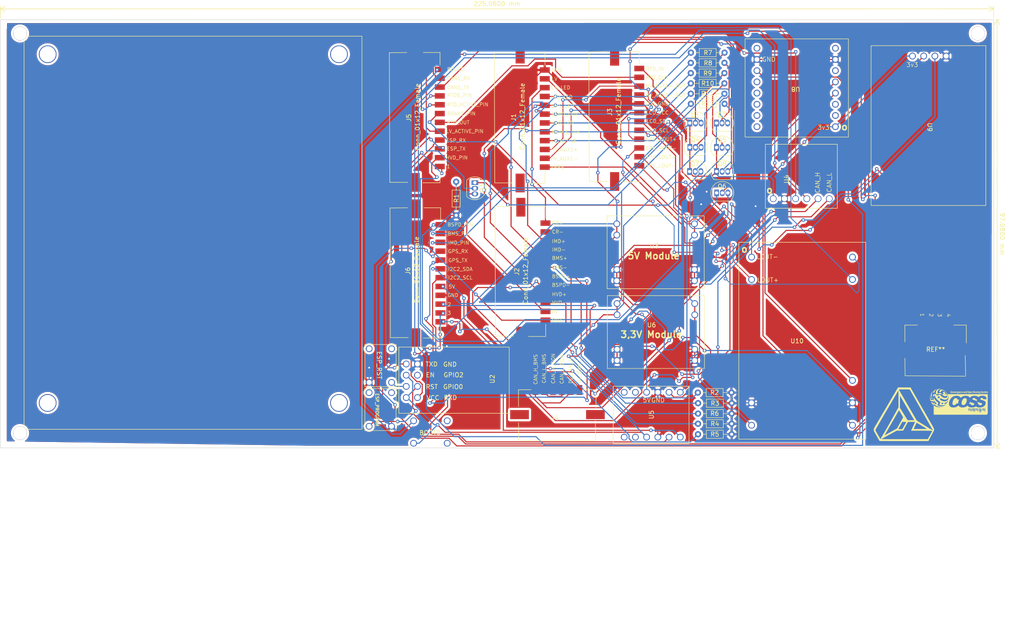
<source format=kicad_pcb>
(kicad_pcb (version 20211014) (generator pcbnew)
  (layers (0 "F.Cu" signal) (31 "B.Cu" signal) (34 "B.Paste" user) (35 "F.Paste" user) (36 "B.SilkS" user "B.Silkscreen") (37 "F.SilkS" user "F.Silkscreen") (38 "B.Mask" user) (39 "F.Mask" user) (44 "Edge.Cuts" user))
  (net 0 "")
  (net 1 "GND")
  (net 2 "BRAKE_DIN")
  (net 3 "Net-(Q7-Pad2)")
  (net 4 "HVD_IN")
  (net 5 "Net-(Q5-Pad2)")
  (net 6 "BSPD_IN")
  (net 7 "Net-(Q4-Pad2)")
  (net 8 "BMS_IN")
  (net 9 "Net-(Q2-Pad2)")
  (net 10 "IMD_IN")
  (net 11 "Net-(Q1-Pad2)")
  (net 12 "LV_ACTIVE")
  (net 13 "Net-(Q8-Pad2)")
  (net 14 "3V3")
  (net 15 "IMD_Pin")
  (net 16 "BMS_Pin")
  (net 17 "RTD_ACTIVE_Pin")
  (net 18 "IN")
  (net 19 "BSPD_Pin")
  (net 20 "HVD_Pin")
  (net 21 "APPS")
  (net 22 "LV")
  (net 23 "BRAKE_Pin")
  (net 24 "LV_ACTIVE_Pin")
  (net 25 "5V")
  (net 26 "I2C2_SCL")
  (net 27 "I2C2_SDA")
  (net 28 "ESP_RX")
  (net 29 "ESP_TX")
  (net 30 "GPS_TX")
  (net 31 "GPS_RX")
  (net 32 "CAN1_RX")
  (net 33 "CAN1_TX")
  (net 34 "RTDS")
  (net 35 "RTD_OUT")
  (net 36 "BOOT0")
  (net 37 "Net-(SW2-Pad2)")
  (net 38 "Net-(SW1-Pad1)")
  (net 39 "CAN_H")
  (net 40 "CAN_L")
  (net 41 "HV_AUX1+")
  (net 42 "HV_AUX1-")
  (net 43 "ROUT+")
  (net 44 "ROUT-")
  (net 45 "LOUT+")
  (net 46 "LOUT-")
  (net 47 "CRITICAL_LED")
  (net 48 "CR-")
  (net 49 "IMD-")
  (net 50 "BMS-")
  (net 51 "BSPD-")
  (net 52 "HVD-")
  (net 53 "-")
  (net 54 "LCD_SDA")
  (net 55 "LCD_SCL")
  (net 56 "RIN")
  (net 57 "LIN")
  (net 58 "1")
  (net 59 "2")
  (net 60 "3")
  (net 61 "4")
  (footprint "Library:SZH-EKBG-030" (layer "F.Cu") (at 197.7948 130.9636 90)
    (fp_text reference "U4")
    (fp_text value "CAN_TRANSCEIVER")
  )
  (footprint "Resistor_THT:R_Axial_DIN0204_L3.6mm_D1.6mm_P7.62mm_Horizontal" (layer "F.Cu") (at 174.61 186.17)
    (fp_text reference "R4")
    (fp_text value "1k")
  )
  (footprint "Resistor_THT:R_Axial_DIN0204_L3.6mm_D1.6mm_P7.62mm_Horizontal" (layer "F.Cu") (at 172.98 109.05)
    (fp_text reference "R10")
    (fp_text value "10k")
  )
  (footprint "Package_TO_SOT_THT:TO-92_Inline" (layer "F.Cu") (at 178.84 133.87)
    (fp_text reference "Q6")
    (fp_text value "2N3904")
  )
  (footprint "Resistor_THT:R_Axial_DIN0204_L3.6mm_D1.6mm_P7.62mm_Horizontal" (layer "F.Cu") (at 174.61 188.55)
    (fp_text reference "R5")
    (fp_text value "1k")
  )
  (footprint "Library:NEO-7M" (layer "F.Cu") (at 223.3196 104.7416 -90)
    (fp_text reference "U9")
    (fp_text value "NEO-7M")
  )
  (footprint "Resistor_THT:R_Axial_DIN0204_L3.6mm_D1.6mm_P7.62mm_Horizontal" (layer "F.Cu") (at 172.98 111.39)
    (fp_text reference "R11")
    (fp_text value "10k")
  )
  (footprint "Library:auto" (layer "F.Cu") (at 233.683383 181.185958)
    (fp_text reference "G***" hide)
    (fp_text value "LOGO" hide)
  )
  (footprint "Library:5600201220" (layer "F.Cu") (at 156.27065 116.68 -90)
    (fp_text reference "J3")
    (fp_text value "Conn_01x12_Female")
  )
  (footprint "Library:antenna" (layer "F.Cu") (at 230.3392 148.4876)
    (fp_text reference "REF**" hide)
    (fp_text value "antenna")
  )
  (footprint "Resistor_THT:R_Axial_DIN0204_L3.6mm_D1.6mm_P7.62mm_Horizontal" (layer "F.Cu") (at 119.82 138.96 90)
    (fp_text reference "R1")
    (fp_text value "100")
  )
  (footprint "Resistor_THT:R_Axial_DIN0204_L3.6mm_D1.6mm_P7.62mm_Horizontal" (layer "F.Cu") (at 174.63 181.51)
    (fp_text reference "R3")
    (fp_text value "1k")
  )
  (footprint "Library:6pin dura" (layer "F.Cu") (at 148.6524 183.03595)
    (fp_text reference "J4")
    (fp_text value "Conn_01x06_Female")
  )
  (footprint "Library:Logic Level Converter" (layer "F.Cu") (at 168.05 184.12 90)
    (fp_text reference "U5")
    (fp_text value "LOGIC_LEVEL_CONVERTER")
  )
  (footprint "Library:DC CONVERTER" (layer "F.Cu") (at 165.01 147.32)
    (fp_text reference "U3")
    (fp_text value "DCDC_Module")
  )
  (footprint "Library:butttttttttttttt" (layer "F.Cu") (at 100.0946 179.1246 -90)
    (fp_text reference "ESP_PROGRAM")
    (fp_text value "ESP_PROGRAM")
  )
  (footprint "Resistor_THT:R_Axial_DIN0204_L3.6mm_D1.6mm_P7.62mm_Horizontal" (layer "F.Cu") (at 174.62 183.87)
    (fp_text reference "R6")
    (fp_text value "10k")
  )
  (footprint "Library:STM32" (layer "F.Cu") (at 60.2662 141.9502)
    (fp_text reference "REF**" hide)
    (fp_text value "STM32")
  )
  (footprint "Resistor_THT:R_Axial_DIN0204_L3.6mm_D1.6mm_P7.62mm_Horizontal" (layer "F.Cu") (at 173 113.68)
    (fp_text reference "R12")
    (fp_text value "10k")
  )
  (footprint "Library:5600201220" (layer "F.Cu") (at 111.22065 152.07 -90)
    (fp_text reference "J6")
    (fp_text value "Conn_01x12_Female")
  )
  (footprint "Package_TO_SOT_THT:TO-92_Inline" (layer "F.Cu") (at 124.05 131.55 -90)
    (fp_text reference "Q3")
    (fp_text value "2N3904")
  )
  (footprint "Library:5600201220" (layer "F.Cu") (at 134.86065 117.02 -90)
    (fp_text reference "J1")
    (fp_text value "Conn_01x12_Female")
  )
  (footprint "Resistor_THT:R_Axial_DIN0204_L3.6mm_D1.6mm_P7.62mm_Horizontal" (layer "F.Cu") (at 172.98 104.4)
    (fp_text reference "R8")
    (fp_text value "10k")
  )
  (footprint "Library:AUDIOIO" (layer "F.Cu") (at 209.6092 176.3516 90)
    (fp_text reference "U10")
    (fp_text value "D302")
  )
  (footprint "Library:5600201220" (layer "F.Cu") (at 111.08065 116.89 -90)
    (fp_text reference "J5")
    (fp_text value "Conn_01x12_Female")
  )
  (footprint "Library:DFR0299" (layer "F.Cu") (at 196.853 106.3308 180)
    (fp_text reference "U8")
    (fp_text value "DFR0299")
  )
  (footprint "Package_TO_SOT_THT:TO-92_Inline" (layer "F.Cu") (at 178.78 118.04)
    (fp_text reference "Q2")
    (fp_text value "2N3904")
  )
  (footprint "Library:butttttttttttttt" (layer "F.Cu") (at 117.7892 185.4992 180)
    (fp_text reference "BOOT0")
    (fp_text value "ESP_PROGRAM")
  )
  (footprint "Library:123123logo" (layer "F.Cu") (at 221.69 183.99)
    (fp_text reference "G***" hide)
    (fp_text value "LOGO" hide)
  )
  (footprint "Package_TO_SOT_THT:TO-92_Inline" (layer "F.Cu") (at 172.76 118.04)
    (fp_text reference "Q1")
    (fp_text value "2N3904")
  )
  (footprint "Package_TO_SOT_THT:TO-92_Inline" (layer "F.Cu") (at 172.71 129.02)
    (fp_text reference "Q7")
    (fp_text value "2N3904")
  )
  (footprint "Package_TO_SOT_THT:TO-92_Inline" (layer "F.Cu") (at 172.76 123.55)
    (fp_text reference "Q4")
    (fp_text value "2N3904")
  )
  (footprint "Library:butttttttttttttt" (layer "F.Cu") (at 100.1046 169.18 -90)
    (fp_text reference "ESP_RST")
    (fp_text value "ESP_RST")
  )
  (footprint "Library:ESP8266" (layer "F.Cu") (at 108.5096 180.244)
    (fp_text reference "U2")
    (fp_text value "ESP8266")
  )
  (footprint "Library:5600201220" (layer "F.Cu") (at 135.02065 151.71 -90)
    (fp_text reference "J2")
    (fp_text value "Conn_01x12_Female")
  )
  (footprint "Library:DC CONVERTER" (layer "F.Cu") (at 165.07 165.39)
    (fp_text reference "U6")
    (fp_text value "DCDC_Module")
  )
  (footprint "Library:4PIN DURA" (layer "F.Cu") (at 229.66 166.51)
    (fp_text reference "REF**")
    (fp_text value "4PIN DURA")
  )
  (footprint "Resistor_THT:R_Axial_DIN0204_L3.6mm_D1.6mm_P7.62mm_Horizontal" (layer "F.Cu") (at 174.57 179.11)
    (fp_text reference "R2")
    (fp_text value "1k")
  )
  (footprint "Resistor_THT:R_Axial_DIN0204_L3.6mm_D1.6mm_P7.62mm_Horizontal" (layer "F.Cu") (at 172.98 106.72)
    (fp_text reference "R9")
    (fp_text value "10k")
  )
  (footprint "Package_TO_SOT_THT:TO-92_Inline" (layer "F.Cu") (at 178.81 129)
    (fp_text reference "Q8")
    (fp_text value "2N3904")
  )
  (footprint "Resistor_THT:R_Axial_DIN0204_L3.6mm_D1.6mm_P7.62mm_Horizontal" (layer "F.Cu") (at 173 102.09)
    (fp_text reference "R7")
    (fp_text value "10k")
  )
  (footprint "Package_TO_SOT_THT:TO-92_Inline" (layer "F.Cu") (at 178.8 123.57)
    (fp_text reference "Q5")
    (fp_text value "2N3904")
  )
  (gr_rect (start 241.64 94.65) (end 16.55 191.64) (layer "Edge.Cuts") (width 0.1) (fill none))
  (gr_text "5V Module" (at 164.56 148.14) (layer "F.SilkS") (effects (font (size 1.5 1.5) (thickness 0.3))))
  (gr_text "GND" (at 190.65 103.61) (layer "F.SilkS") (effects (font (size 1 1) (thickness 0.12))))
  (gr_text "SPK_LOUT+" (at 166.16 125.73) (layer "F.SilkS") (effects (font (size 0.8 0.8) (thickness 0.1))))
  (gr_text "LOUT+" (at 190.46 153.61) (layer "F.SilkS") (effects (font (size 1 1) (thickness 0.12))))
  (gr_text "4" (at 231.3548 161.59905 270) (layer "F.SilkS") (effects (font (size 0.8 0.8) (thickness 0.1))))
  (gr_text "LCD_SCL" (at 165.49 119.71) (layer "F.SilkS") (effects (font (size 0.8 0.8) (thickness 0.1))))
  (gr_text "CAN1_RX\n" (at 120.37 107.9) (layer "F.SilkS") (effects (font (size 0.8 0.8) (thickness 0.1))))
  (gr_text "1" (at 225.3848 161.50905 270) (layer "F.SilkS") (effects (font (size 0.8 0.8) (thickness 0.1))))
  (gr_text "BRAKE_PIN" (at 121.01 115.9) (layer "F.SilkS") (effects (font (size 0.8 0.8) (thickness 0.1))))
  (gr_text "LCD_VCC" (at 165.39 115.7) (layer "F.SilkS") (effects (font (size 0.8 0.8) (thickness 0.1))))
  (gr_text "RTD_OUT" (at 120.28 117.9) (layer "F.SilkS") (effects (font (size 0.8 0.8) (thickness 0.1))))
  (gr_text "BMS+\n" (at 143.27 148.65) (layer "F.SilkS") (effects (font (size 0.8 0.8) (thickness 0.1))))
  (gr_text "RTD_ACTIVE_PIN" (at 122.44 113.84) (layer "F.SilkS") (effects (font (size 0.8 0.8) (thickness 0.1))))
  (gr_text "LV_ACTIVE" (at 144.23 122.08) (layer "F.SilkS") (effects (font (size 0.8 0.8) (thickness 0.1))))
  (gr_text "CR+" (at 142.8 140.67) (layer "F.SilkS") (effects (font (size 0.8 0.8) (thickness 0.1))))
  (gr_text "SPK_ROUT+" (at 166.28 121.71) (layer "F.SilkS") (effects (font (size 0.8 0.8) (thickness 0.1))))
  (gr_text "4" (at 118.2 163.12) (layer "F.SilkS") (effects (font (size 0.8 0.8) (thickness 0.1))))
  (gr_text "GND" (at 119.08 157.04) (layer "F.SilkS") (effects (font (size 0.8 0.8) (thickness 0.1))))
  (gr_text "BSPD_PIN" (at 120.74 141.05) (layer "F.SilkS") (effects (font (size 0.8 0.8) (thickness 0.1))))
  (gr_text "BMS_PIN" (at 120.44 143.09) (layer "F.SilkS") (effects (font (size 0.8 0.8) (thickness 0.1))))
  (gr_text "HVD_PIN" (at 119.95 125.88) (layer "F.SilkS") (effects (font (size 0.8 0.8) (thickness 0.1))))
  (gr_text "IMD-" (at 143.09 146.74) (layer "F.SilkS") (effects (font (size 0.8 0.8) (thickness 0.1))))
  (gr_text "2" (at 227.4248 161.54905 270) (layer "F.SilkS") (effects (font (size 0.8 0.8) (thickness 0.1))))
  (gr_text "HVD+" (at 143.19 156.85) (layer "F.SilkS") (effects (font (size 0.8 0.8) (thickness 0.1))))
  (gr_text "IMD_PIN" (at 120.38 145.18) (layer "F.SilkS") (effects (font (size 0.8 0.8) (thickness 0.1))))
  (gr_text "LCD_GND" (at 165.29 113.66) (layer "F.SilkS") (effects (font (size 0.8 0.8) (thickness 0.1))))
  (gr_text "CAN_H_BMS" (at 137.82 173.86 90) (layer "F.SilkS") (effects (font (size 0.8 0.8) (thickness 0.1))))
  (gr_text "CAN_H_CON" (at 141.81 173.66 90) (layer "F.SilkS") (effects (font (size 0.8 0.8) (thickness 0.1))))
  (gr_text "SPK_LOUT-" (at 166.16 127.68) (layer "F.SilkS") (effects (font (size 0.8 0.8) (thickness 0.1))))
  (gr_text "BMS-" (at 143.25 150.78) (layer "F.SilkS") (effects (font (size 0.8 0.8) (thickness 0.1))))
  (gr_text "OUT" (at 142.67 162.75) (layer "F.SilkS") (effects (font (size 0.8 0.8) (thickness 0.1))))
  (gr_text "CR_LED" (at 143.47 110.01) (layer "F.SilkS") (effects (font (size 0.8 0.8) (thickness 0.1))))
  (gr_text "BRAKE_DIN" (at 144.61 120.09) (layer "F.SilkS") (effects (font (size 0.8 0.8) (thickness 0.1))))
  (gr_text "CAN_L_BMS" (at 139.73 173.66 90) (layer "F.SilkS") (effects (font (size 0.8 0.8) (thickness 0.1))))
  (gr_text "HVD_LED" (at 143.89 117.99) (layer "F.SilkS") (effects (font (size 0.8 0.8) (thickness 0.1))))
  (gr_text "o" (at 190.81 133.2) (layer "F.SilkS") (effects (font (size 1.5 1.5) (thickness 0.3))))
  (gr_text "3v3" (at 223.15 104.83) (layer "F.SilkS") (effects (font (size 1 1) (thickness 0.12))))
  (gr_text "5V" (at 118.83 155.11) (layer "F.SilkS") (effects (font (size 0.8 0.8) (thickness 0.1))))
  (gr_text "BOOTO" (at 119.72 105.88) (layer "F.SilkS") (effects (font (size 0.8 0.8) (thickness 0.1))))
  (gr_text "o" (at 185.12 146.61) (layer "F.SilkS") (effects (font (size 1.5 1.5) (thickness 0.3))))
  (gr_text "3,3V Module" (at 164 165.95) (layer "F.SilkS") (effects (font (size 1.5 1.5) (thickness 0.3))))
  (gr_text "LV_ACTIVE_PIN" (at 121.77 119.9) (layer "F.SilkS") (effects (font (size 0.8 0.8) (thickness 0.1))))
  (gr_text "GND" (at 165.54 180.84) (layer "F.SilkS") (effects (font (size 1 1) (thickness 0.12))))
  (gr_text "BMS_LED" (at 143.95 114.2) (layer "F.SilkS") (effects (font (size 0.8 0.8) (thickness 0.1))))
  (gr_text "GND" (at 142.6 106.06) (layer "F.SilkS") (effects (font (size 0.8 0.8) (thickness 0.1))))
  (gr_text "I2C2_SDA" (at 120.75 151.14) (layer "F.SilkS") (effects (font (size 0.8 0.8) (thickness 0.1))))
  (gr_text "LCD_SDA" (at 165.49 117.63) (layer "F.SilkS") (effects (font (size 0.8 0.8) (thickness 0.1))))
  (gr_text "CAN_H" (at 201.71 131.54 90) (layer "F.SilkS") (effects (font (size 1 1) (thickness 0.12))))
  (gr_text "GPS_RX" (at 120.25 147.1) (layer "F.SilkS") (effects (font (size 0.8 0.8) (thickness 0.1))))
  (gr_text "CAN_L" (at 204.36 131.52 90) (layer "F.SilkS") (effects (font (size 1 1) (thickness 0.12))))
  (gr_text "2" (at 118.27 159.16) (layer "F.SilkS") (effects (font (size 0.8 0.8) (thickness 0.1))))
  (gr_text "ESP_TX" (at 119.83 123.87) (layer "F.SilkS") (effects (font (size 0.8 0.8) (thickness 0.1))))
  (gr_text "CR-" (at 142.82 142.69) (layer "F.SilkS") (effects (font (size 0.8 0.8) (thickness 0.1))))
  (gr_text "IMD_LED" (at 143.76 112.13) (layer "F.SilkS") (effects (font (size 0.8 0.8) (thickness 0.1))))
  (gr_text "HV_AUX1-" (at 144.26 126.12) (layer "F.SilkS") (effects (font (size 0.8 0.8) (thickness 0.1))))
  (gr_text "SPK_ROUT-" (at 166.24 123.74) (layer "F.SilkS") (effects (font (size 0.8 0.8) (thickness 0.1))))
  (gr_text "RTDS_PIN" (at 120.57 111.74) (layer "F.SilkS") (effects (font (size 0.8 0.8) (thickness 0.1))))
  (gr_text "LOUT-" (at 190.33 148.34) (layer "F.SilkS") (effects (font (size 1 1) (thickness 0.12))))
  (gr_text "BSPD_LED" (at 144.29 116.06) (layer "F.SilkS") (effects (font (size 0.8 0.8) (thickness 0.1))))
  (gr_text "3v3" (at 203.04 119.04) (layer "F.SilkS") (effects (font (size 1 1) (thickness 0.12))))
  (gr_text "APPS" (at 142.76 128.05) (layer "F.SilkS") (effects (font (size 0.8 0.8) (thickness 0.1))))
  (gr_text "3" (at 229.3448 161.57905 270) (layer "F.SilkS") (effects (font (size 0.8 0.8) (thickness 0.1))))
  (gr_text "LV" (at 142.09 108.05) (layer "F.SilkS") (effects (font (size 0.8 0.8) (thickness 0.1))))
  (gr_text "RTD_OUT" (at 165.32 107.76) (layer "F.SilkS") (effects (font (size 0.8 0.8) (thickness 0.1))))
  (gr_text "5V" (at 163.01 180.84) (layer "F.SilkS") (effects (font (size 1 1) (thickness 0.12))))
  (gr_text "IN" (at 142.08 160.78) (layer "F.SilkS") (effects (font (size 0.8 0.8) (thickness 0.1))))
  (gr_text "BSPD+" (at 143.57 152.79) (layer "F.SilkS") (effects (font (size 0.8 0.8) (thickness 0.1))))
  (gr_text "ESP_RX" (at 119.8 121.99) (layer "F.SilkS") (effects (font (size 0.8 0.8) (thickness 0.1))))
  (gr_text "BSPD-" (at 143.59 154.74) (layer "F.SilkS") (effects (font (size 0.8 0.8) (thickness 0.1))))
  (gr_text "HV_AUX1+_OUT" (at 167.29 109.59) (layer "F.SilkS") (effects (font (size 0.8 0.8) (thickness 0.1))))
  (gr_text "DL_CAN_H" (at 145.78 174.15 90) (layer "F.SilkS") (effects (font (size 0.8 0.8) (thickness 0.1))))
  (gr_text "HV_AUX1-_OUT" (at 167.26 111.75) (layer "F.SilkS") (effects (font (size 0.8 0.8) (thickness 0.1))))
  (gr_text "HV_AUX1+" (at 144.32 124.02) (layer "F.SilkS") (effects (font (size 0.8 0.8) (thickness 0.1))))
  (gr_text "RTD_IN" (at 164.85 105.75) (layer "F.SilkS") (effects (font (size 0.8 0.8) (thickness 0.1))))
  (gr_text "DL_CAN_L" (at 147.74 174.11 90) (layer "F.SilkS") (effects (font (size 0.8 0.8) (thickness 0.1))))
  (gr_text "I2C2_SCL" (at 120.76 153.08) (layer "F.SilkS") (effects (font (size 0.8 0.8) (thickness 0.1))))
  (gr_text "CAN1_TX" (at 120.28 109.98) (layer "F.SilkS") (effects (font (size 0.8 0.8) (thickness 0.1))))
  (gr_text "o" (at 207.8 118.91) (layer "F.SilkS") (effects (font (size 1.5 1.5) (thickness 0.3))))
  (gr_text "IMD+" (at 143.06 144.83) (layer "F.SilkS") (effects (font (size 0.8 0.8) (thickness 0.1))))
  (gr_text "1" (at 118.08 127.88) (layer "F.SilkS") (effects (font (size 0.8 0.8) (thickness 0.1))))
  (gr_text "HVD-" (at 143.16 158.75) (layer "F.SilkS") (effects (font (size 0.8 0.8) (thickness 0.1))))
  (gr_text "CAN_L_CON" (at 143.77 173.81 90) (layer "F.SilkS") (effects (font (size 0.8 0.8) (thickness 0.1))))
  (gr_text "GPS_TX" (at 120.23 149.15) (layer "F.SilkS") (effects (font (size 0.8 0.8) (thickness 0.1))))
  (gr_text "3" (at 118.24 161.08) (layer "F.SilkS") (effects (font (size 0.8 0.8) (thickness 0.1))))
  (dimension (type aligned) (layer "F.SilkS") (pts (xy 16.54 94.67) (xy 241.6 94.65)) (height -2.499914) (gr_text "225.0600 mm" (at 129.069676 91.010086 0.005091600405) (layer "F.SilkS") (effects (font (size 1 1) (thickness 0.15)))) (format (units 3) (units_format 1) (precision 4)) (style (thickness 0.15) (arrow_length 1.27) (text_position_mode 0) (extension_height 0.58642) (extension_offset 0.5) keep_text_aligned))
  (dimension (type aligned) (layer "F.SilkS") (pts (xy 241.65 94.61) (xy 241.66 191.69)) (height -0.740003) (gr_text "97.0800 mm" (at 243.545003 143.149806 270.0059019) (layer "F.SilkS") (effects (font (size 1 1) (thickness 0.15)))) (format (units 3) (units_format 1) (precision 4)) (style (thickness 0.15) (arrow_length 1.27) (text_position_mode 0) (extension_height 0.58642) (extension_offset 0.5) keep_text_aligned))
  (via (at 238 97.74) (size 3.1) (drill 3.09) (layers "F.Cu" "B.Cu") (net 0))
  (via (at 21 97.74) (size 3.1) (drill 3.09) (layers "F.Cu" "B.Cu") (net 0))
  (via (at 21 188.28) (size 3.1) (drill 3.09) (layers "F.Cu" "B.Cu") (net 0))
  (via (at 238 188.28) (size 3.1) (drill 3.09) (layers "F.Cu" "B.Cu") (net 0))
  (segment (start 174.122067 137.647933) (end 174.122067 137.777933) (width 0.25) (layer "F.Cu") (net 1))
  (segment (start 161.29985 113.68) (end 162.11 113.68) (width 0.25) (layer "F.Cu") (net 1))
  (segment (start 186.704408 136.88) (end 183.41 133.585592) (width 0.25) (layer "F.Cu") (net 1))
  (segment (start 178.01 135.04) (end 176.56 133.59) (width 0.25) (layer "F.Cu") (net 1))
  (segment (start 117.704661 139.034661) (end 117.704661 157.084661) (width 0.25) (layer "F.Cu") (net 1))
  (segment (start 182.23 188.55) (end 182.23 186.17) (width 0.25) (layer "F.Cu") (net 1))
  (segment (start 161.29985 113.68) (end 147.951472 113.68) (width 0.25) (layer "F.Cu") (net 1))
  (segment (start 139.88985 106.02) (end 139.488228 106.02) (width 0.25) (layer "F.Cu") (net 1))
  (segment (start 182.25 181.51) (end 182.25 179.17) (width 0.25) (layer "F.Cu") (net 1))
  (segment (start 172.71 171.84) (end 173.87 171.84) (width 0.25) (layer "F.Cu") (net 1))
  (segment (start 113.2736 170.4) (end 113.61 170.4) (width 0.25) (layer "F.Cu") (net 1))
  (segment (start 173.87 169.3) (end 173.87 171.84) (width 0.25) (layer "F.Cu") (net 1))
  (segment (start 181.184511 144.840377) (end 181.184511 147.340377) (width 0.25) (layer "F.Cu") (net 1))
  (segment (start 147.951472 113.68) (end 140.291472 106.02) (width 0.25) (layer "F.Cu") (net 1))
  (segment (start 174.122067 137.777933) (end 181.184511 144.840377) (width 0.25) (layer "F.Cu") (net 1))
  (segment (start 187.963 103.6308) (end 183.41 108.1838) (width 0.25) (layer "F.Cu") (net 1))
  (segment (start 182.23 186.17) (end 182.23 183.88) (width 0.25) (layer "F.Cu") (net 1))
  (segment (start 139.488228 106.02) (end 117.704661 127.803567) (width 0.25) (layer "F.Cu") (net 1))
  (segment (start 156.27 169.3) (end 156.27 171.84) (width 0.25) (layer "F.Cu") (net 1))
  (segment (start 173.87 169.3) (end 172.31 169.3) (width 0.25) (layer "F.Cu") (net 1))
  (segment (start 164.29 161.28) (end 156.27 169.3) (width 0.25) (layer "F.Cu") (net 1))
  (segment (start 183.41 133.585592) (end 181.955592 135.04) (width 0.25) (layer "F.Cu") (net 1))
  (segment (start 170.5 122.07) (end 170.5 134.155866) (width 0.25) (layer "F.Cu") (net 1))
  (segment (start 117.704661 127.803567) (end 117.704661 139.034661) (width 0.25) (layer "F.Cu") (net 1))
  (segment (start 156.21 151.23) (end 156.21 153.77) (width 0.25) (layer "F.Cu") (net 1))
  (segment (start 175.33 136.44) (end 174.122067 137.647933) (width 0.25) (layer "F.Cu") (net 1))
  (segment (start 183.41 108.1838) (end 183.41 133.585592) (width 0.25) (layer "F.Cu") (net 1))
  (segment (start 164.29 153.77) (end 156.21 153.77) (width 0.25) (layer "F.Cu") (net 1))
  (segment (start 181.184511 147.340377) (end 180.06 148.464888) (width 0.25) (layer "F.Cu") (net 1))
  (segment (start 205.743 103.6308) (end 187.963 103.6308) (width 0.25) (layer "F.Cu") (net 1))
  (segment (start 182.25 179.17) (end 182.19 179.11) (width 0.25) (layer "F.Cu") (net 1))
  (segment (start 173.81 153.77) (end 164.29 153.77) (width 0.25) (layer "F.Cu") (net 1))
  (segment (start 111.0496 172.624) (end 113.2736 170.4) (width 0.25) (layer "F.Cu") (net 1))
  (segment (start 116.24985 157.07) (end 117.69 157.07) (width 0.25) (layer "F.Cu") (net 1))
  (segment (start 102.14 171.43) (end 104.63 171.43) (width 0.25) (layer "F.Cu") (net 1))
  (segment (start 164.29 153.77) (end 164.29 161.28) (width 0.25) (layer "F.Cu") (net 1))
  (segment (start 181.955592 135.04) (end 178.01 135.04) (width 0.25) (layer "F.Cu") (net 1))
  (segment (start 165.51 179.04) (end 172.71 171.84) (width 0.25) (layer "F.Cu") (net 1))
  (segment (start 117.704661 157.084661) (end 117.704661 168.584661) (width 0.25) (layer "F.Cu") (net 1))
  (segment (start 140.291472 106.02) (end 139.88985 106.02) (width 0.25) (layer "F.Cu") (net 1))
  (segment (start 119.82 138.96) (end 117.779322 138.96) (width 0.25) (layer "F.Cu") (net 1))
  (segment (start 165.51 179.04) (end 165.51 189.2) (width 0.25) (layer "F.Cu") (net 1))
  (segment (start 170.5 134.155866) (end 174.122067 137.777933) (width 0.25) (layer "F.Cu") (net 1))
  (segment (start 176.575112 148.464888) (end 173.81 151.23) (width 0.25) (layer "F.Cu") (net 1))
  (segment (start 162.11 113.68) (end 170.5 122.07) (width 0.25) (layer "F.Cu") (net 1))
  (segment (start 100.1046 173.4654) (end 102.14 171.43) (width 0.25) (layer "F.Cu") (net 1))
  (segment (start 182.23 183.88) (end 182.24 183.87) (width 0.25) (layer "F.Cu") (net 1))
  (segment (start 117.69 157.07) (end 117.704661 157.084661) (width 0.25) (layer "F.Cu") (net 1))
  (segment (start 182.24 183.87) (end 182.24 181.52) (width 0.25) (layer "F.Cu") (net 1))
  (segment (start 180.06 148.464888) (end 176.575112 148.464888) (width 0.25) (layer "F.Cu") (net 1))
  (segment (start 182.24 181.52) (end 182.25 181.51) (width 0.25) (layer "F.Cu") (net 1))
  (segment (start 187.66 136.88) (end 186.704408 136.88) (width 0.25) (layer "F.Cu") (net 1))
  (segment (start 117.779322 138.96) (end 117.704661 139.034661) (width 0.25) (layer "F.Cu") (net 1))
  (segment (start 172.31 169.3) (end 164.29 161.28) (width 0.25) (layer "F.Cu") (net 1))
  (segment (start 173.81 151.23) (end 173.81 153.77) (width 0.25) (layer "F.Cu") (net 1))
  (via (at 176.56 133.59) (size 0.8) (drill 0.4) (layers "F.Cu" "B.Cu") (net 1))
  (via (at 104.63 171.43) (size 0.8) (drill 0.4) (layers "F.Cu" "B.Cu") (net 1))
  (via (at 175.33 136.44) (size 0.8) (drill 0.4) (layers "F.Cu" "B.Cu") (net 1))
  (via (at 113.61 170.4) (size 0.8) (drill 0.4) (layers "F.Cu" "B.Cu") (net 1))
  (via (at 100.1046 173.4654) (size 0.8) (drill 0.4) (layers "F.Cu" "B.Cu") (net 1))
  (via (at 117.704661 168.584661) (size 0.8) (drill 0.4) (layers "F.Cu" "B.Cu") (net 1))
  (via (at 187.66 136.88) (size 0.8) (drill 0.4) (layers "F.Cu" "B.Cu") (net 1))
  (segment (start 186.7492 181.4316) (end 182.3284 181.4316) (width 0.25) (layer "B.Cu") (net 1))
  (segment (start 176.56 133.59) (end 176.56 135.21) (width 0.25) (layer "B.Cu") (net 1))
  (segment (start 193.398 135.97) (end 192.488 136.88) (width 0.25) (layer "B.Cu") (net 1))
  (segment (start 176.56 135.21) (end 175.33 136.44) (width 0.25) (layer "B.Cu") (net 1))
  (segment (start 230.82 102.862) (end 229.733489 101.775489) (width 0.25) (layer "B.Cu") (net 1))
  (segment (start 194.188 135.18) (end 193.398 135.97) (width 0.25) (layer "B.Cu") (net 1))
  (segment (start 109.8556 171.43) (end 111.0496 172.624) (width 0.25) (layer "B.Cu") (net 1))
  (segment (start 105.1746 181.87) (end 100.1046 176.8) (width 0.25) (layer "B.Cu") (net 1))
  (segment (start 100.1046 176.8) (end 100.1046 173.4654) (width 0.25) (layer "B.Cu") (net 1))
  (segment (start 181.14 179.11) (end 182.19 179.11) (width 0.25) (layer "B.Cu") (net 1))
  (segment (start 207.598311 101.775489) (end 205.743 103.6308) (width 0.25) (layer "B.Cu") (net 1))
  (segment (start 115.889322 170.4) (end 113.61 170.4) (width 0.25) (layer "B.Cu") (net 1))
  (segment (start 105.1746 186.7446) (end 105.1746 181.87) (width 0.25) (layer "B.Cu") (net 1))
  (segment (start 173.87 171.84) (end 181.14 179.11) (width 0.25) (layer "B.Cu") (net 1))
  (segment (start 192.488 136.88) (end 187.66 136.88) (width 0.25) (layer "B.Cu") (net 1))
  (segment (start 104.63 171.43) (end 109.8556 171.43) (width 0.25) (layer "B.Cu") (net 1))
  (segment (start 186.7492 181.4316) (end 209.6092 181.4316) (width 0.25) (layer "B.Cu") (net 1))
  (segment (start 229.733489 101.775489) (end 207.598311 101.775489) (width 0.25) (layer "B.Cu") (net 1))
  (segment (start 117.704661 168.584661) (end 115.889322 170.4) (width 0.25) (layer "B.Cu") (net 1))
  (segment (start 182.3284 181.4316) (end 182.25 181.51) (width 0.25) (layer "B.Cu") (net 1))
  (segment (start 142.39 120.02) (end 139.88985 120.02) (width 0.25) (layer "F.Cu") (net 2))
  (via (at 142.39 120.02) (size 0.8) (drill 0.4) (layers "F.Cu" "B.Cu") (net 2))
  (segment (start 164.35 120.02) (end 142.39 120.02) (width 0.25) (layer "B.Cu") (net 2))
  (segment (start 172.98 111.39) (end 164.35 120.02) (width 0.25) (layer "B.Cu") (net 2))
  (segment (start 173.98 128.795) (end 173.98 129.02) (width 0.25) (layer "B.Cu") (net 3))
  (segment (start 176.14952 126.62548) (end 173.98 128.795) (width 0.25) (layer "B.Cu") (net 3))
  (segment (start 176.14952 115.84048) (end 176.14952 126.62548) (width 0.25) (layer "B.Cu") (net 3))
  (segment (start 180.6 111.39) (end 176.14952 115.84048) (width 0.25) (layer "B.Cu") (net 3))
  (segment (start 126.2 124.92) (end 126.2 123.823858) (width 0.25) (layer "F.Cu") (net 4))
  (segment (start 126.2 123.823858) (end 130.713858 119.31) (width 0.25) (layer "F.Cu") (net 4))
  (segment (start 138.98 156.71) (end 126.2 143.93) (width 0.25) (layer "F.Cu") (net 4))
  (segment (start 130.713858 119.31) (end 135.36 119.31) (width 0.25) (layer "F.Cu") (net 4))
  (segment (start 126.2 143.93) (end 126.2 133.24) (width 0.25) (layer "F.Cu") (net 4))
  (segment (start 135.36 119.31) (end 135.81 119.76) (width 0.25) (layer "F.Cu") (net 4))
  (segment (start 142.39 118.02) (end 139.88985 118.02) (width 0.25) (layer "F.Cu") (net 4))
  (segment (start 140.04985 156.71) (end 138.98 156.71) (width 0.25) (layer "F.Cu") (net 4))
  (segment (start 142.4 118.01) (end 142.39 118.02) (width 0.25) (layer "F.Cu") (net 4))
  (via (at 126.2 124.92) (size 0.8) (drill 0.4) (layers "F.Cu" "B.Cu") (net 4))
  (via (at 135.81 119.76) (size 0.8) (drill 0.4) (layers "F.Cu" "B.Cu") (net 4))
  (via (at 126.2 133.24) (size 0.8) (drill 0.4) (layers "F.Cu" "B.Cu") (net 4))
  (via (at 142.4 118.01) (size 0.8) (drill 0.4) (layers "F.Cu" "B.Cu") (net 4))
  (segment (start 140.65 119.76) (end 142.4 118.01) (width 0.25) (layer "B.Cu") (net 4))
  (segment (start 172.98 109.05) (end 164.01 118.02) (width 0.25) (layer "B.Cu") (net 4))
  (segment (start 135.81 119.76) (end 140.65 119.76) (width 0.25) (layer "B.Cu") (net 4))
  (segment (start 142.41 118.02) (end 142.4 118.01) (width 0.25) (layer "B.Cu") (net 4))
  (segment (start 126.2 133.24) (end 126.2 124.92) (width 0.25) (layer "B.Cu") (net 4))
  (segment (start 164.01 118.02) (end 142.41 118.02) (width 0.25) (layer "B.Cu") (net 4))
  (segment (start 180.6 109.05) (end 177.930489 111.719511) (width 0.25) (layer "F.Cu") (net 5))
  (segment (start 177.930489 120.430489) (end 180.07 122.57) (width 0.25) (layer "F.Cu") (net 5))
  (segment (start 177.930489 111.719511) (end 177.930489 120.430489) (width 0.25) (layer "F.Cu") (net 5))
  (segment (start 180.07 122.57) (end 180.07 123.57) (width 0.25) (layer "F.Cu") (net 5))
  (segment (start 138 115.28) (end 139.14985 115.28) (width 0.25) (layer "F.Cu") (net 6))
  (segment (start 139.14985 115.28) (end 139.88985 116.02) (width 0.25) (layer "F.Cu") (net 6))
  (segment (start 139.90985 116.04) (end 139.88985 116.02) (width 0.25) (layer "F.Cu") (net 6))
  (segment (start 140.04985 152.71) (end 139.648228 152.71) (width 0.25) (layer "F.Cu") (net 6))
  (segment (start 127.56 140.621772) (end 127.56 133.98) (width 0.25) (layer "F.Cu") (net 6))
  (segment (start 139.648228 152.71) (end 127.56 140.621772) (width 0.25) (layer "F.Cu") (net 6))
  (segment (start 142.36 116.04) (end 139.90985 116.04) (width 0.25) (layer "F.Cu") (net 6))
  (via (at 142.36 116.04) (size 0.8) (drill 0.4) (layers "F.Cu" "B.Cu") (net 6))
  (via (at 138 115.28) (size 0.8) (drill 0.4) (layers "F.Cu" "B.Cu") (net 6))
  (via (at 127.56 133.98) (size 0.8) (drill 0.4) (layers "F.Cu" "B.Cu") (net 6))
  (segment (start 127.56 133.98) (end 127.56 124.513086) (width 0.25) (layer "B.Cu") (net 6))
  (segment (start 127.56 124.513086) (end 131.64 120.433086) (width 0.25) (layer "B.Cu") (net 6))
  (segment (start 131.64 118.92) (end 137.27 113.29) (width 0.25) (layer "B.Cu") (net 6))
  (segment (start 163.68 116.02) (end 172.98 106.72) (width 0.25) (layer "B.Cu") (net 6))
  (segment (start 143.29 116.02) (end 143.27 116.04) (width 0.25) (layer "B.Cu") (net 6))
  (segment (start 139.4 113.88) (end 138 115.28) (width 0.25) (layer "B.Cu") (net 6))
  (segment (start 139.4 113.29) (end 139.4 113.88) (width 0.25) (layer "B.Cu") (net 6))
  (segment (start 143.29 116.02) (end 163.68 116.02) (width 0.25) (layer "B.Cu") (net 6))
  (segment (start 143.27 116.04) (end 142.36 116.04) (width 0.25) (layer "B.Cu") (net 6))
  (segment (start 131.64 120.433086) (end 131.64 118.92) (width 0.25) (layer "B.Cu") (net 6))
  (segment (start 137.27 113.29) (end 139.4 113.29) (width 0.25) (layer "B.Cu") (net 6))
  (segment (start 176.55 110.77) (end 176.55 120.805) (width 0.25) (layer "F.Cu") (net 7))
  (segment (start 174.03 123.325) (end 174.03 123.55) (width 0.25) (layer "F.Cu") (net 7))
  (segment (start 176.55 120.805) (end 174.03 123.325) (width 0.25) (layer "F.Cu") (net 7))
  (segment (start 180.6 106.72) (end 176.55 110.77) (width 0.25) (layer "F.Cu") (net 7))
  (segment (start 142.3 114.03) (end 139.89985 114.03) (width 0.25) (layer "F.Cu") (net 8))
  (segment (start 139.89985 114.03) (end 139.88985 114.02) (width 0.25) (layer "F.Cu") (net 8))
  (segment (start 139.54185 148.71) (end 132.254511 141.422661) (width 0.25) (layer "F.Cu") (net 8))
  (segment (start 140.04985 148.71) (end 139.54185 148.71) (width 0.25) (layer "F.Cu") (net 8))
  (segment (start 139.88985 114.02) (end 137.97 114.02) (width 0.25) (layer "F.Cu") (net 8))
  (segment (start 132.254511 141.422661) (end 132.254511 128.054511) (width 0.25) (layer "F.Cu") (net 8))
  (segment (start 137.97 114.02) (end 137.76 114.23) (width 0.25) (layer "F.Cu") (net 8))
  (via (at 142.3 114.03) (size 0.8) (drill 0.4) (layers "F.Cu" "B.Cu") (net 8))
  (via (at 132.254511 128.054511) (size 0.8) (drill 0.4) (layers "F.Cu" "B.Cu") (net 8))
  (via (at 137.76 114.23) (size 0.8) (drill 0.4) (layers "F.Cu" "B.Cu") (net 8))
  (segment (start 132.254511 119.735489) (end 137.76 114.23) (width 0.25) (layer "B.Cu") (net 8))
  (segment (start 132.254511 128.054511) (end 132.254511 119.735489) (width 0.25) (layer "B.Cu") (net 8))
  (segment (start 143.41 114.02) (end 163.36 114.02) (width 0.25) (layer "B.Cu") (net 8))
  (segment (start 163.36 114.02) (end 172.98 104.4) (width 0.25) (layer "B.Cu") (net 8))
  (segment (start 143.41 114.02) (end 143.4 114.03) (width 0.25) (layer "B.Cu") (net 8))
  (segment (start 143.4 114.03) (end 142.3 114.03) (width 0.25) (layer "B.Cu") (net 8))
  (segment (start 180.05 117.069511) (end 180.05 118.04) (width 0.25) (layer "F.Cu") (net 9))
  (segment (start 181.644511 105.444511) (end 181.644511 115.475) (width 0.25) (layer "F.Cu") (net 9))
  (segment (start 180.6 104.4) (end 181.644511 105.444511) (width 0.25) (layer "F.Cu") (net 9))
  (segment (start 181.644511 115.475) (end 180.05 117.069511) (width 0.25) (layer "F.Cu") (net 9))
  (segment (start 140.04985 144.71) (end 139.54185 144.71) (width 0.25) (layer "F.Cu") (net 10))
  (segment (start 139.88985 112.02) (end 142.31 112.02) (width 0.25) (layer "F.Cu") (net 10))
  (segment (start 139.54185 144.71) (end 136.01 141.17815) (width 0.25) (layer "F.Cu") (net 10))
  (segment (start 136.01 141.17815) (end 136.01 131.27) (width 0.25) (layer "F.Cu") (net 10))
  (via (at 136.01 131.27) (size 0.8) (drill 0.4) (layers "F.Cu" "B.Cu") (net 10))
  (via (at 142.31 112.02) (size 0.8) (drill 0.4) (layers "F.Cu" "B.Cu") (net 10))
  (segment (start 136.01 131.27) (end 135.66 130.92) (width 0.25) (layer "B.Cu") (net 10))
  (segment (start 142.31 112.02) (end 163.07 112.02) (width 0.25) (layer "B.Cu") (net 10))
  (segment (start 163.07 112.02) (end 173 102.09) (width 0.25) (layer "B.Cu") (net 10))
  (segment (start 135.66 123.17) (end 134.14 121.65) (width 0.25) (layer "B.Cu") (net 10))
  (segment (start 135.66 130.92) (end 135.66 123.17) (width 0.25) (layer "B.Cu") (net 10))
  (segment (start 134.14 121.65) (end 134.14 120.19) (width 0.25) (layer "B.Cu") (net 10))
  (segment (start 134.14 120.19) (end 142.31 112.02) (width 0.25) (layer "B.Cu") (net 10))
  (segment (start 180.62 102.09) (end 174.03 108.68) (width 0.25) (layer "F.Cu") (net 11))
  (segment (start 174.03 108.68) (end 174.03 118.04) (width 0.25) (layer "F.Cu") (net 11))
  (segment (start 142.45 122.03) (end 142.44 122.02) (width 0.25) (layer "F.Cu") (net 12))
  (segment (start 142.44 122.02) (end 139.88985 122.02) (width 0.25) (layer "F.Cu") (net 12))
  (via (at 142.45 122.03) (size 0.8) (drill 0.4) (layers "F.Cu" "B.Cu") (net 12))
  (segment (start 173 113.68) (end 164.66 122.02) (width 0.25) (layer "B.Cu") (net 12))
  (segment (start 142.46 122.02) (end 142.45 122.03) (width 0.25) (layer "B.Cu") (net 12))
  (segment (start 164.66 122.02) (end 142.46 122.02) (width 0.25) (layer "B.Cu") (net 12))
  (segment (start 182.18952 126.734078) (end 180.08 128.843598) (width 0.25) (layer "B.Cu") (net 13))
  (segment (start 182.18952 115.24952) (end 182.18952 126.734078) (width 0.25) (layer "B.Cu") (net 13))
  (segment (start 180.08 128.843598) (end 180.08 129) (width 0.25) (layer "B.Cu") (net 13))
  (segment (start 180.62 113.68) (end 182.18952 115.24952) (width 0.25) (layer "B.Cu") (net 13))
  (segment (start 153.204888 161.48) (end 150.93 163.754888) (width 0.25) (layer "F.Cu") (net 14))
  (segment (start 164.43 109.71) (end 164.43 108.30215) (width 0.25) (layer "F.Cu") (net 14))
  (segment (start 178.81 123.58) (end 178.8 123.57) (width 0.25) (layer "F.Cu") (net 14))
  (segment (start 177.71548 130.09452) (end 178.81 129) (width 0.25) (layer "F.Cu") (net 14))
  (segment (start 161.87952 188.10952) (end 162.97 189.2) (width 0.25) (layer "F.Cu") (net 14))
  (segment (start 131.53 136.57) (end 126.51 131.55) (width 0.25) (layer "F.Cu") (net 14))
  (segment (start 173.55952 130.09452) (end 177.71548 130.09452) (width 0.25) (layer "F.Cu") (net 14))
  (segment (start 198.71 122.35) (end 198.71 122.38) (width 0.25) (layer "F.Cu") (net 14))
  (segment (start 164.43 108.30215) (end 161.80785 105.68) (width 0.25) (layer "F.Cu") (net 14))
  (segment (start 172.71 129.02) (end 172.71 129.245) (width 0.25) (layer "F.Cu") (net 14))
  (segment (start 172.76 118.04) (end 172.76 123.55) (width 0.25) (layer "F.Cu") (net 14))
  (segment (start 126.51 131.55) (end 124.05 131.55) (width 0.25) (layer "F.Cu") (net 14))
  (segment (start 198.71 122.38) (end 193.775 127.315) (width 0.25) (layer "F.Cu") (net 14))
  (segment (start 156.27 161.48) (end 153.48 161.48) (width 0.25) (layer "F.Cu") (net 14))
  (segment (start 172.76 123.55) (end 172.76 128.97) (width 0.25) (layer "F.Cu") (net 14))
  (segment (start 153.48 161.48) (end 153.204888 161.48) (width 0.25) (layer "F.Cu") (net 14))
  (segment (start 172.71 129.245) (end 173.55952 130.09452) (width 0.25) (layer "F.Cu") (net 14))
  (segment (start 115.61 186.395386) (end 117.324134 188.10952) (width 0.25) (layer "F.Cu") (net 14))
  (segment (start 178.81 129) (end 178.81 123.58) (width 0.25) (layer "F.Cu") (net 14))
  (segment (start 172.76 128.97) (end 172.71 129.02) (width 0.25) (layer "F.Cu") (net 14))
  (segment (start 161.80785 105.68) (end 161.29985 105.68) (width 0.25) (layer "F.Cu") (net 14))
  (segment (start 164.43 109.71) (end 172.76 118.04) (width 0.25) (layer "F.Cu") (net 14))
  (segment (start 156.27 161.48) (end 156.27 158.94) (width 0.25) (layer "F.Cu") (net 14))
  (segment (start 117.324134 188.10952) (end 161.87952 188.10952) (width 0.25) (layer "F.Cu") (net 14))
  (via (at 198.71 122.35) (size 0.8) (drill 0.4) (layers "F.Cu" "B.Cu") (net 14))
  (via (at 131.53 136.57) (size 0.8) (drill 0.4) (layers "F.Cu" "B.Cu") (net 14))
  (via (at 115.61 186.395386) (size 0.8) (drill 0.4) (layers "F.Cu" "B.Cu") (net 14))
  (via (at 150.897444 163.787444) (size 0.8) (drill 0.4) (layers "F.Cu" "B.Cu") (net 14))
  (via (at 193.775 127.315) (size 0.8) (drill 0.4) (layers "F.Cu" "B.Cu") (net 14))
  (segment (start 108.5096 175.164) (end 109.963089 176.617489) (width 0.25) (layer "B.Cu") (net 14))
  (segment (start 154.23 136.57) (end 131.53 136.57) (width 0.25) (layer "B.Cu") (net 14))
  (segment (start 190.91 130.19) (end 179.36 130.19) (width 0.25) (layer "B.Cu") (net 14))
  (segment (start 179.36 130.19) (end 178.81 129.64) (width 0.25) (layer "B.Cu") (net 14))
  (segment (start 108.5096 180.244) (end 108.708614 180.244) (width 0.25) (layer "B.Cu") (net 14))
  (segment (start 205.743 118.8708) (end 202.1892 118.8708) (width 0.25) (layer "B.Cu") (net 14))
  (segment (start 157.296511 133.503489) (end 154.23 136.57) (width 0.25) (layer "B.Cu") (net 14))
  (segment (start 193.775 127.315) (end 193.775 127.325) (width 0.25) (layer "B.Cu") (net 14))
  (segment (start 150.897444 163.787444) (end 142.006599 172.678289) (width 0.25) (layer "B.Cu") (net 14))
  (segment (start 146.448289 172.678289) (end 142.006599 172.678289) (width 0.25) (layer "B.Cu") (net 14))
  (segment (start 114.86 186.395386) (end 115.61 186.395386) (width 0.25) (layer "B.Cu") (net 14))
  (segment (start 191.648 130.928) (end 191.648 135.18) (width 0.25) (layer "B.Cu") (net 14))
  (segment (start 157.296511 133.503489) (end 172.76 118.04) (width 0.25) (layer "B.Cu") (net 14))
  (segment (start 223.2 102.862) (end 221.7518 102.862) (width 0.25) (layer "B.Cu") (net 14))
  (segment (start 108.708614 180.244) (end 114.86 186.395386) (width 0.25) (layer "B.Cu") (net 14))
  (segment (start 178.81 129.64) (end 178.81 129) (width 0.25) (layer "B.Cu") (net 14))
  (segment (start 178.78 118.04) (end 178.78 123.55) (width 0.25) (layer "B.Cu") (net 14))
  (segment (start 190.91 130.19) (end 191.648 130.928) (width 0.25) (layer "B.Cu") (net 14))
  (segment (start 178.78 123.55) (end 178.8 123.57) (width 0.25) (layer "B.Cu") (net 14))
  (segment (start 162.97 189.2) (end 146.448289 172.678289) (width 0.25) (layer "B.Cu") (net 14))
  (segment (start 109.963089 178.790511) (end 108.5096 180.244) (width 0.25) (layer "B.Cu") (net 14))
  (segment (start 115.61 186.395386) (end 111.426186 190.5792) (width 0.25) (layer "B.Cu") (net 14))
  (segment (start 156.27 158.94) (end 157.296511 157.913489) (width 0.25) (layer "B.Cu") (net 14))
  (segment (start 221.7518 102.862) (end 205.743 118.8708) (width 0.25) (layer "B.Cu") (net 14))
  (segment (start 111.426186 190.5792) (end 110.1692 190.5792) (width 0.25) (layer "B.Cu") (net 14))
  (segment (start 202.1892 118.8708) (end 198.71 122.35) (width 0.25) (layer "B.Cu") (net 14))
  (segment (start 109.963089 176.617489) (end 109.963089 178.790511) (width 0.25) (layer "B.Cu") (net 14))
  (segment (start 157.296511 157.913489) (end 157.296511 133.503489) (width 0.25) (layer "B.Cu") (net 14))
  (segment (start 193.775 127.325) (end 190.91 130.19) (width 0.25) (layer "B.Cu") (net 14))
  (segment (start 116.15985 145.16) (end 116.24985 145.07) (width 0.25) (layer "F.Cu") (net 15))
  (segment (start 114.49 145.16) (end 116.15985 145.16) (width 0.25) (layer "F.Cu") (net 15))
  (via (at 114.49 145.16) (size 0.8) (drill 0.4) (layers "F.Cu" "B.Cu") (net 15))
  (segment (start 120.29 145.16) (end 114.49 145.16) (width 0.25) (layer "B.Cu") (net 15))
  (segment (start 132.132708 133.317292) (end 120.29 145.16) (width 0.25) (layer "B.Cu") (net 15))
  (segment (start 175.3 118.04) (end 175.3 117.883598) (width 0.25) (layer "B.Cu") (net 15))
  (segment (start 175.3 117.883598) (end 174.381891 116.965489) (width 0.25) (layer "B.Cu") (net 15))
  (segment (start 155.558686 133.317292) (end 132.132708 133.317292) (width 0.25) (layer "B.Cu") (net 15))
  (segment (start 174.381891 116.965489) (end 171.910489 116.965489) (width 0.25) (layer "B.Cu") (net 15))
  (segment (start 171.910489 116.965489) (end 155.558686 133.317292) (width 0.25) (layer "B.Cu") (net 15))
  (segment (start 116.23985 143.06) (end 116.24985 143.07) (width 0.25) (layer "F.Cu") (net 16))
  (segment (start 114.55 143.06) (end 116.23985 143.06) (width 0.25) (layer "F.Cu") (net 16))
  (via (at 114.55 143.06) (size 0.8) (drill 0.4) (layers "F.Cu" "B.Cu") (net 16))
  (segment (start 181.624511 111.814367) (end 181.624511 110.674655) (width 0.25) (layer "B.Cu") (net 16))
  (segment (start 181.018878 112.42) (end 181.624511 111.814367) (width 0.25) (layer "B.Cu") (net 16))
  (segment (start 130.47 132.72) (end 130.46 132.72) (width 0.25) (layer "B.Cu") (net 16))
  (segment (start 177.818878 110.31) (end 155.408878 132.72) (width 0.25) (layer "B.Cu") (net 16))
  (segment (start 181.32 117.815) (end 179.595489 116.090489) (width 0.25) (layer "B.Cu") (net 16))
  (segment (start 155.408878 132.72) (end 130.64 132.72) (width 0.25) (layer "B.Cu") (net 16))
  (segment (start 181.259856 110.31) (end 177.818878 110.31) (width 0.25) (layer "B.Cu") (net 16))
  (segment (start 130.64 132.72) (end 130.47 132.72) (width 0.25) (layer "B.Cu") (net 16))
  (segment (start 179.595489 116.090489) (end 179.595489 113.255633) (width 0.25) (layer "B.Cu") (net 16))
  (segment (start 179.595489 113.255633) (end 180.431122 112.42) (width 0.25) (layer "B.Cu") (net 16))
  (segment (start 180.431122 112.42) (end 181.018878 112.42) (width 0.25) (layer "B.Cu") (net 16))
  (segment (start 120.4 142.78) (end 120.12 143.06) (width 0.25) (layer "B.Cu") (net 16))
  (segment (start 181.32 118.04) (end 181.32 117.815) (width 0.25) (layer "B.Cu") (net 16))
  (segment (start 120.12 143.06) (end 114.55 143.06) (width 0.25) (layer "B.Cu") (net 16))
  (segment (start 130.46 132.72) (end 120.4 142.78) (width 0.25) (layer "B.Cu") (net 16))
  (segment (start 181.624511 110.674655) (end 181.259856 110.31) (width 0.25) (layer "B.Cu") (net 16))
  (segment (start 182.63904 131.154004) (end 182.63904 100.533323) (width 0.25) (layer "F.Cu") (net 17))
  (segment (start 117.743803 98.63048) (end 111.95 104.424283) (width 0.25) (layer "F.Cu") (net 17))
  (segment (start 180.736197 98.63048) (end 117.743803 98.63048) (width 0.25) (layer "F.Cu") (net 17))
  (segment (start 180.11 133.683044) (end 182.63904 131.154004) (width 0.25) (layer "F.Cu") (net 17))
  (segment (start 113.88 113.94) (end 116.05985 113.94) (width 0.25) (layer "F.Cu") (net 17))
  (segment (start 111.95 114.67) (end 112.19 114.91) (width 0.25) (layer "F.Cu") (net 17))
  (segment (start 116.05985 113.94) (end 116.10985 113.89) (width 0.25) (layer "F.Cu") (net 17))
  (segment (start 111.95 104.424283) (end 111.95 114.67) (width 0.25) (layer "F.Cu") (net 17))
  (segment (start 180.11 133.87) (end 180.11 133.683044) (width 0.25) (layer "F.Cu") (net 17))
  (segment (start 182.63904 100.533323) (end 180.736197 98.63048) (width 0.25) (layer "F.Cu") (net 17))
  (via (at 112.19 114.91) (size 0.8) (drill 0.4) (layers "F.Cu" "B.Cu") (net 17))
  (via (at 113.88 113.94) (size 0.8) (drill 0.4) (layers "F.Cu" "B.Cu") (net 17))
  (segment (start 112.19 114.91) (end 112.91 114.91) (width 0.25) (layer "B.Cu") (net 17))
  (segment (start 113.055489 124.329511) (end 115.669511 124.329511) (width 0.25) (layer "B.Cu") (net 17))
  (segment (start 122.24 132.82) (end 124.05 132.82) (width 0.25) (layer "B.Cu") (net 17))
  (segment (start 112.91 114.91) (end 113.88 113.94) (width 0.25) (layer "B.Cu") (net 17))
  (segment (start 122.22 132.84) (end 122.24 132.82) (width 0.25) (layer "B.Cu") (net 17))
  (segment (start 121.565978 130.225978) (end 121.565978 132.84) (width 0.25) (layer "B.Cu") (net 17))
  (segment (start 113.055489 124.329511) (end 113.055489 114.764511) (width 0.25) (layer "B.Cu") (net 17))
  (segment (start 122.22 132.84) (end 121.565978 132.84) (width 0.25) (layer "B.Cu") (net 17))
  (segment (start 115.669511 124.329511) (end 121.565978 130.225978) (width 0.25) (layer "B.Cu") (net 17))
  (segment (start 113.055489 114.764511) (end 113.88 113.94) (width 0.25) (layer "B.Cu") (net 17))
  (segment (start 139.648228 160.71) (end 140.04985 160.71) (width 0.25) (layer "F.Cu") (net 18))
  (segment (start 124.05 134.09) (end 122.41 134.09) (width 0.25) (layer "F.Cu") (net 18))
  (segment (start 122.22 143.281772) (end 139.648228 160.71) (width 0.25) (layer "F.Cu") (net 18))
  (segment (start 122.41 134.09) (end 122.22 134.28) (width 0.25) (layer "F.Cu") (net 18))
  (segment (start 122.22 134.28) (end 122.22 143.281772) (width 0.25) (layer "F.Cu") (net 18))
  (segment (start 114.7 141.09) (end 116.22985 141.09) (width 0.25) (layer "F.Cu") (net 19))
  (segment (start 116.22985 141.09) (end 116.24985 141.07) (width 0.25) (layer "F.Cu") (net 19))
  (via (at 114.7 141.09) (size 0.8) (drill 0.4) (layers "F.Cu" "B.Cu") (net 19))
  (segment (start 157.746031 159.000529) (end 156.448701 160.297859) (width 0.25) (layer "B.Cu") (net 19))
  (segment (start 116.590103 167.044511) (end 115.844511 167.044511) (width 0.25) (layer "B.Cu") (net 19))
  (segment (start 157.746031 141.328969) (end 157.746031 159.000529) (width 0.25) (layer "B.Cu") (net 19))
  (segment (start 123.336755 160.297859) (end 116.590103 167.044511) (width 0.25) (layer "B.Cu") (net 19))
  (segment (start 156.448701 160.297859) (end 123.336755 160.297859) (width 0.25) (layer "B.Cu") (net 19))
  (segment (start 175.3 123.775) (end 157.746031 141.328969) (width 0.25) (layer "B.Cu") (net 19))
  (segment (start 175.3 123.55) (end 175.3 123.775) (width 0.25) (layer "B.Cu") (net 19))
  (segment (start 112.4 143.39) (end 114.7 141.09) (width 0.25) (layer "B.Cu") (net 19))
  (segment (start 115.844511 167.044511) (end 112.16 163.36) (width 0.25) (layer "B.Cu") (net 19))
  (segment (start 112.16 143.39) (end 112.4 143.39) (width 0.25) (layer "B.Cu") (net 19))
  (segment (start 112.16 163.36) (end 112.16 143.39) (width 0.25) (layer "B.Cu") (net 19))
  (segment (start 114.28 127.21185) (end 114.28 129.12) (width 0.25) (layer "F.Cu") (net 20))
  (segment (start 116.10985 125.89) (end 115.60185 125.89) (width 0.25) (layer "F.Cu") (net 20))
  (segment (start 115.60185 125.89) (end 114.28 127.21185) (width 0.25) (layer "F.Cu") (net 20))
  (segment (start 114.28 129.12) (end 115.45 130.29) (width 0.25) (layer "F.Cu") (net 20))
  (via (at 115.45 130.29) (size 0.8) (drill 0.4) (layers "F.Cu" "B.Cu") (net 20))
  (segment (start 170.2 135.71) (end 170.2 149.08656) (width 0.25) (layer "B.Cu") (net 20))
  (segment (start 156.720049 162.566511) (end 135.389132 162.566511) (width 0.25) (layer "B.Cu") (net 20))
  (segment (start 181.34 123.57) (end 181.34 124.57) (width 0.25) (layer "B.Cu") (net 20))
  (segment (start 135.389132 162.566511) (end 130.461612 167.494031) (width 0.25) (layer "B.Cu") (net 20))
  (segment (start 181.34 124.57) (end 170.2 135.71) (width 0.25) (layer "B.Cu") (net 20))
  (segment (start 170.2 149.08656) (end 156.720049 162.566511) (width 0.25) (layer "B.Cu") (net 20))
  (segment (start 111.71048 130.62952) (end 115.11048 130.62952) (width 0.25) (layer "B.Cu") (net 20))
  (segment (start 130.461612 167.494031) (end 115.658314 167.494031) (width 0.25) (layer "B.Cu") (net 20))
  (segment (start 115.658314 167.494031) (end 111.71048 163.546197) (width 0.25) (layer "B.Cu") (net 20))
  (segment (start 111.71048 163.546197) (end 111.71048 130.62952) (width 0.25) (layer "B.Cu") (net 20))
  (segment (start 115.11048 130.62952) (end 115.45 130.29) (width 0.25) (layer "B.Cu") (net 20))
  (segment (start 175.09 145.23) (end 176.87 143.45) (width 0.25) (layer "F.Cu") (net 21))
  (segment (start 171.65 141.725386) (end 171.65 145.23) (width 0.25) (layer "F.Cu") (net 21))
  (segment (start 139.88985 128.02) (end 157.944614 128.02) (width 0.25) (layer "F.Cu") (net 21))
  (segment (start 157.944614 128.02) (end 171.65 141.725386) (width 0.25) (layer "F.Cu") (net 21))
  (segment (start 171.65 145.23) (end 175.09 145.23) (width 0.25) (layer "F.Cu") (net 21))
  (via (at 176.87 143.45) (size 0.8) (drill 0.4) (layers "F.Cu" "B.Cu") (net 21))
  (segment (start 176.87 143.45) (end 181.38 138.94) (width 0.25) (layer "B.Cu") (net 21))
  (segment (start 181.38 138.94) (end 181.38 133.87) (width 0.25) (layer "B.Cu") (net 21))
  (segment (start 172.088228 140.87) (end 173.81 140.87) (width 0.25) (layer "F.Cu") (net 22))
  (segment (start 173.87 161.48) (end 173.87 165.81) (width 0.25) (layer "F.Cu") (net 22))
  (segment (start 177.45 169.39) (end 177.45 171.48) (width 0.25) (layer "F.Cu") (net 22))
  (segment (start 173.81 140.87) (end 173.81 143.41) (width 0.25) (layer "F.Cu") (net 22))
  (segment (start 152.54 121.321772) (end 172.088228 140.87) (width 0.25) (layer "F.Cu") (net 22))
  (segment (start 139.88985 108.02) (end 140.39785 108.02) (width 0.25) (layer "F.Cu") (net 22))
  (segment (start 173.87 165.81) (end 177.45 169.39) (width 0.25) (layer "F.Cu") (net 22))
  (segment (start 177.45 171.48) (end 174.71 174.22) (width 0.25) (layer "F.Cu") (net 22))
  (segment (start 140.39785 108.02) (end 152.54 120.16215) (width 0.25) (layer "F.Cu") (net 22))
  (segment (start 152.54 120.16215) (end 152.54 121.321772) (width 0.25) (layer "F.Cu") (net 22))
  (segment (start 173.87 158.94) (end 173.87 161.48) (width 0.25) (layer "F.Cu") (net 22))
  (via (at 174.71 174.22) (size 0.8) (drill 0.4) (layers "F.Cu" "B.Cu") (net 22))
  (segment (start 172.723489 157.793489) (end 173.87 158.94) (width 0.25) (layer "B.Cu") (net 22))
  (segment (start 173.81 143.41) (end 172.723489 144.496511) (width 0.25) (layer "B.Cu") (net 22))
  (segment (start 172.723489 144.496511) (end 172.723489 157.793489) (width 0.25) (layer "B.Cu") (net 22))
  (segment (start 178.84 133.87) (end 178.84 135.84) (width 0.25) (layer "B.Cu") (net 22))
  (segment (start 183.083089 182.845489) (end 186.7492 186.5116) (width 0.25) (layer "B.Cu") (net 22))
  (segment (start 174.71 174.22) (end 174.71 175.739856) (width 0.25) (layer "B.Cu") (net 22))
  (segment (start 181.815633 182.845489) (end 183.083089 182.845489) (width 0.25) (layer "B.Cu") (net 22))
  (segment (start 174.71 175.739856) (end 181.815633 182.845489) (width 0.25) (layer "B.Cu") (net 22))
  (segment (start 178.84 135.84) (end 173.81 140.87) (width 0.25) (layer "B.Cu") (net 22))
  (segment (start 143.128472 136.64) (end 128.768472 122.28) (width 0.25) (layer "F.Cu") (net 23))
  (segment (start 116.10985 115.89) (end 115.72 115.89) (width 0.25) (layer "F.Cu") (net 23))
  (segment (start 165.54 136.64) (end 143.128472 136.64) (width 0.25) (layer "F.Cu") (net 23))
  (segment (start 115.72 115.89) (end 113.78 117.83) (width 0.25) (layer "F.Cu") (net 23))
  (via (at 165.54 136.64) (size 0.8) (drill 0.4) (layers "F.Cu" "B.Cu") (net 23))
  (via (at 128.768472 122.28) (size 0.8) (drill 0.4) (layers "F.Cu" "B.Cu") (net 23))
  (via (at 113.78 117.83) (size 0.8) (drill 0.4) (layers "F.Cu" "B.Cu") (net 23))
  (segment (start 118.23 122.28) (end 113.78 117.83) (width 0.25) (layer "B.Cu") (net 23))
  (segment (start 167.855 136.64) (end 165.54 136.64) (width 0.25) (layer "B.Cu") (net 23))
  (segment (start 175.25 129.02) (end 175.25 129.245) (width 0.25) (layer "B.Cu") (net 23))
  (segment (start 128.768472 122.28) (end 118.23 122.28) (width 0.25) (layer "B.Cu") (net 23))
  (segment (start 175.25 129.245) (end 167.855 136.64) (width 0.25) (layer "B.Cu") (net 23))
  (segment (start 180.55 99.08) (end 117.93 99.08) (width 0.25) (layer "F.Cu") (net 24))
  (segment (start 113.89 119.89) (end 113.18 119.18) (width 0.25) (layer "F.Cu") (net 24))
  (segment (start 182.18952 100.71952) (end 180.55 99.08) (width 0.25) (layer "F.Cu") (net 24))
  (segment (start 117.93 99.08) (end 113.055489 103.954511) (width 0.25) (layer "F.Cu") (net 24))
  (segment (start 113.055489 103.954511) (end 113.055489 119.055489) (width 0.25) (layer "F.Cu") (net 24))
  (segment (start 113.055489 119.055489) (end 113.18 119.18) (width 0.25) (layer "F.Cu") (net 24))
  (segment (start 116.10985 119.89) (end 113.89 119.89) (width 0.25) (layer "F.Cu") (net 24))
  (segment (start 182.18952 128.16048) (end 182.18952 100.71952) (width 0.25) (layer "F.Cu") (net 24))
  (segment (start 181.35 129) (end 182.18952 128.16048) (width 0.25) (layer "F.Cu") (net 24))
  (segment (start 157.1 123.46) (end 157.1 117.845386) (width 0.25) (layer "F.Cu") (net 25))
  (segment (start 151.92 131.33) (end 151.92 129.3) (width 0.25) (layer "F.Cu") (net 25))
  (segment (start 159.265386 115.68) (end 161.29985 115.68) (width 0.25) (layer "F.Cu") (net 25))
  (segment (start 156.39 135.8) (end 151.92 131.33) (width 0.25) (layer "F.Cu") (net 25))
  (segment (start 161.9 161.39) (end 160.61 161.39) (width 0.25) (layer "F.Cu") (net 25))
  (segment (start 157.1 117.845386) (end 159.265386 115.68) (width 0.25) (layer "F.Cu") (net 25))
  (segment (start 152.965112 146.654888) (end 156.21 143.41) (width 0.25) (layer "F.Cu") (net 25))
  (segment (start 160.61 161.39) (end 152.965112 153.745112) (width 0.25) (layer "F.Cu") (net 25))
  (segment (start 152.965112 153.745112) (end 152.965112 146.654888) (width 0.25) (layer "F.Cu") (net 25))
  (segment (start 156.21 140.87) (end 156.21 143.41) (width 0.25) (layer "F.Cu") (net 25))
  (via (at 157.1 123.46) (size 0.8) (drill 0.4) (layers "F.Cu" "B.Cu") (net 25))
  (via (at 116.8 155.06) (size 0.8) (drill 0.4) (layers "F.Cu" "B.Cu") (net 25))
  (via (at 156.39 135.8) (size 0.8) (drill 0.4) (layers "F.Cu" "B.Cu") (net 25))
  (via (at 151.92 129.3) (size 0.8) (drill 0.4) (layers "F.Cu" "B.Cu") (net 25))
  (via (at 161.9 161.39) (size 0.8) (drill 0.4) (layers "F.Cu" "B.Cu") (net 25))
  (segment (start 151.92 126.04) (end 154.5 123.46) (width 0.25) (layer "B.Cu") (net 25))
  (segment (start 156.21 140.87) (end 141.74 140.87) (width 0.25) (layer "B.Cu") (net 25))
  (segment (start 162.97 179.04) (end 162.97 162.46) (width 0.25) (layer "B.Cu") (net 25))
  (segment (start 156.21 135.98) (end 156.39 135.8) (width 0.25) (layer "B.Cu") (net 25))
  (segment (start 120.675 158.935) (end 123.675 158.935) (width 0.25) (layer "B.Cu") (net 25))
  (segment (start 154.5 123.46) (end 157.1 123.46) (width 0.25) (layer "B.Cu") (net 25))
  (segment (start 162.97 162.46) (end 161.9 161.39) (width 0.25) (layer "B.Cu") (net 25))
  (segment (start 156.21 140.87) (end 156.21 135.98) (width 0.25) (layer "B.Cu") (net 25))
  (segment (start 151.92 129.3) (end 151.92 126.04) (width 0.25) (layer "B.Cu") (net 25))
  (segment (start 141.74 140.87) (end 123.675 158.935) (width 0.25) (layer "B.Cu") (net 25))
  (segment (start 116.8 155.06) (end 120.675 158.935) (width 0.25) (layer "B.Cu") (net 25))
  (segment (start 114.47 163.691772) (end 114.47 154.448228) (width 0.25) (layer "F.Cu") (net 26))
  (segment (start 116.740649 174.851311) (end 115.840551 174.851311) (width 0.25) (layer "F.Cu") (net 26))
  (segment (start 114.26468 188.55904) (end 114.18782 188.48218) (width 0.25) (layer "F.Cu") (net 26))
  (segment (start 122.136511 190.286511) (end 120.40904 188.55904) (width 0.25) (layer "F.Cu") (net 26))
  (segment (start 114.47 154.448228) (end 115.848228 153.07) (width 0.25) (layer "F.Cu") (net 26))
  (segment (start 166.963489 190.286511) (end 122.136511 190.286511) (width 0.25) (layer "F.Cu") (net 26))
  (segment (start 115.2 164.421772) (end 114.47 163.691772) (width 0.25) (layer "F.Cu") (net 26))
  (segment (start 114.066489 186.123511) (end 117.87 182.32) (width 0.25) (layer "F.Cu") (net 26))
  (segment (start 115.848228 153.07) (end 116.24985 153.07) (width 0.25) (layer "F.Cu") (net 26))
  (segment (start 115.2 174.21076) (end 115.2 164.421772) (width 0.25) (layer "F.Cu") (net 26))
  (segment (start 117.87 182.32) (end 117.87 175.980662) (width 0.25) (layer "F.Cu") (net 26))
  (segment (start 120.40904 188.55904) (end 114.26468 188.55904) (width 0.25) (layer "F.Cu") (net 26))
  (segment (start 114.066489 188.360849) (end 114.066489 186.123511) (width 0.25) (layer "F.Cu") (net 26))
  (segment (start 117.87 175.980662) (end 116.740649 174.851311) (width 0.25) (layer "F.Cu") (net 26))
  (segment (start 114.18782 188.48218) (end 114.066489 188.360849) (width 0.25) (layer "F.Cu") (net 26))
  (segment (start 168.05 189.2) (end 166.963489 190.286511) (width 0.25) (layer "F.Cu") (net 26))
  (segment (start 115.840551 174.851311) (end 115.2 174.21076) (width 0.25) (layer "F.Cu") (net 26))
  (segment (start 121.58 157.74) (end 121.58 162.28) (width 0.25) (layer "F.Cu") (net 27))
  (segment (start 130.5 187.66) (end 163.93 187.66) (width 0.25) (layer "F.Cu") (net 27))
  (segment (start 116.24985 151.07) (end 114.56 151.07) (width 0.25) (layer "F.Cu") (net 27))
  (segment (start 121.58 162.28) (end 130.5 171.2) (width 0.25) (layer "F.Cu") (net 27))
  (segment (start 130.5 171.2) (end 130.5 187.66) (width 0.25) (layer "F.Cu") (net 27))
  (via (at 114.56 151.07) (size 0.8) (drill 0.4) (layers "F.Cu" "B.Cu") (net 27))
  (via (at 163.93 187.66) (size 0.8) (drill 0.4) (layers "F.Cu" "B.Cu") (net 27))
  (via (at 121.58 157.74) (size 0.8) (drill 0.4) (layers "F.Cu" "B.Cu") (net 27))
  (segment (start 115.15 151.07) (end 121.58 157.5) (width 0.25) (layer "B.Cu") (net 27))
  (segment (start 169.05 187.66) (end 170.59 189.2) (width 0.25) (layer "B.Cu") (net 27))
  (segment (start 114.56 151.07) (end 115.15 151.07) (width 0.25) (layer "B.Cu") (net 27))
  (segment (start 163.93 187.66) (end 169.05 187.66) (width 0.25) (layer "B.Cu") (net 27))
  (segment (start 121.58 157.5) (end 121.58 157.74) (width 0.25) (layer "B.Cu") (net 27))
  (segment (start 111.499649 176.617489) (end 110.9136 176.617489) (width 0.25) (layer "F.Cu") (net 28))
  (segment (start 114.655039 122.943189) (end 115.708228 121.89) (width 0.25) (layer "F.Cu") (net 28))
  (segment (start 108.9 128.945039) (end 114.655039 123.19) (width 0.25) (layer "F.Cu") (net 28))
  (segment (start 108.9 169.774614) (end 108.9 128.945039) (width 0.25) (layer "F.Cu") (net 28))
  (segment (start 109.61 175.313889) (end 109.61 170.484614) (width 0.25) (layer "F.Cu") (net 28))
  (segment (start 109.61 170.484614) (end 108.9 169.774614) (width 0.25) (layer "F.Cu") (net 28))
  (segment (start 112.136111 177.253951) (end 111.499649 176.617489) (width 0.25) (layer "F.Cu") (net 28))
  (segment (start 112.136111 179.157489) (end 112.136111 177.253951) (width 0.25) (layer "F.Cu") (net 28))
  (segment (start 115.708228 121.89) (end 116.10985 121.89) (width 0.25) (layer "F.Cu") (net 28))
  (segment (start 111.0496 180.244) (end 112.136111 179.157489) (width 0.25) (layer "F.Cu") (net 28))
  (segment (start 110.9136 176.617489) (end 109.61 175.313889) (width 0.25) (layer "F.Cu") (net 28))
  (segment (start 114.655039 123.19) (end 114.655039 122.943189) (width 0.25) (layer "F.Cu") (net 28))
  (segment (start 113.77 121.27) (end 113.77 121.42) (width 0.25) (layer "F.Cu") (net 29))
  (segment (start 113.77 121.42) (end 114.14 121.79) (width 0.25) (layer "F.Cu") (net 29))
  (segment (start 106.706 172.624) (end 105.85 173.48) (width 0.25) (layer "F.Cu") (net 29))
  (segment (start 105.09 129.95) (end 113.77 121.27) (width 0.25) (layer "F.Cu") (net 29))
  (segment (start 105.09 149.41) (end 105.09 129.95) (width 0.25) (layer "F.Cu") (net 29))
  (segment (start 108.5096 172.624) (end 106.706 172.624) (width 0.25) (layer "F.Cu") (net 29))
  (via (at 105.09 149.41) (size 0.8) (drill 0.4) (layers "F.Cu" "B.Cu") (net 29))
  (via (at 114.14 121.79) (size 0.8) (drill 0.4) (layers "F.Cu" "B.Cu") (net 29))
  (via (at 116.82 123.65) (size 0.8) (drill 0.4) (layers "F.Cu" "B.Cu") (net 29))
  (via (at 105.85 173.48) (size 0.8) (drill 0.4) (layers "F.Cu" "B.Cu") (net 29))
  (segment (start 116.82 123.65) (end 116 123.65) (width 0.25) (layer "B.Cu") (net 29))
  (segment (start 103.905489 150.594511) (end 105.09 149.41) (width 0.25) (layer "B.Cu") (net 29))
  (segment (start 105.85 173.48) (end 104.64 173.48) (width 0.25) (layer "B.Cu") (net 29))
  (segment (start 103.905489 172.745489) (end 103.905489 150.594511) (width 0.25) (layer "B.Cu") (net 29))
  (segment (start 116 123.65) (end 114.14 121.79) (width 0.25) (layer "B.Cu") (net 29))
  (segment (start 104.64 173.48) (end 103.905489 172.745489) (width 0.25) (layer "B.Cu") (net 29))
  (segment (start 188.46 146.62) (end 188.46 142.66) (width 0.25) (layer "F.Cu") (net 30))
  (segment (start 155.100049 150.779951) (end 154.58 151.3) (width 0.25) (layer "F.Cu") (net 30))
  (segment (start 114.564511 164.424511) (end 112.97 162.83) (width 0.25) (layer "F.Cu") (net 30))
  (segment (start 163.84048 161.093802) (end 156.720793 168.213489) (width 0.25) (layer "F.Cu") (net 30))
  (segment (start 177.04548 145.75452) (end 160.14892 145.75452) (width 0.25) (layer "F.Cu") (net 30))
  (segment (start 112.97 162.83) (end 112.97 162.38) (width 0.25) (layer "F.Cu") (net 30))
  (segment (start 154.58 151.3) (end 154.58 153.9) (width 0.25) (layer "F.Cu") (net 30))
  (segment (start 188.46 142.66) (end 182.23 136.43) (width 0.25) (layer "F.Cu") (net 30))
  (segment (start 149.48 174.55344) (end 149.48 180.86) (width 0.25) (layer "F.Cu") (net 30))
  (segment (start 162.44 159.18) (end 163.84048 160.58048) (width 0.25) (layer "F.Cu") (net 30))
  (segment (start 199.865489 142.364511) (end 194.585489 142.364511) (width 0.25) (layer "F.Cu") (net 30))
  (segment (start 155.819951 168.213489) (end 149.48 174.55344) (width 0.25) (layer "F.Cu") (net 30))
  (segment (start 200 142.23) (end 199.865489 142.364511) (width 0.25) (layer "F.Cu") (net 30))
  (segment (start 194.585489 142.364511) (end 191.31 145.64) (width 0.25) (layer "F.Cu") (net 30))
  (segment (start 159.86 159.18) (end 162.44 159.18) (width 0.25) (layer "F.Cu") (net 30))
  (segment (start 163.84048 160.58048) (end 163.84048 161.093802) (width 0.25) (layer "F.Cu") (net 30))
  (segment (start 154.58 153.9) (end 159.86 159.18) (width 0.25) (layer "F.Cu") (net 30))
  (segment (start 156.720793 168.213489) (end 155.819951 168.213489) (width 0.25) (layer "F.Cu") (net 30))
  (segment (start 115.65985 149.66) (end 114.67 149.66) (width 0.25) (layer "F.Cu") (net 30))
  (segment (start 160.14892 145.75452) (end 155.123489 150.779951) (width 0.25) (layer "F.Cu") (net 30))
  (segment (start 113.87 181.47) (end 114.564511 180.775489) (width 0.25) (layer "F.Cu") (net 30))
  (segment (start 177.96 144.84) (end 177.04548 145.75452) (width 0.25) (layer "F.Cu") (net 30))
  (segment (start 116.24985 149.07) (end 115.65985 149.66) (width 0.25) (layer "F.Cu") (net 30))
  (segment (start 114.564511 180.775489) (end 114.564511 164.424511) (width 0.25) (layer "F.Cu") (net 30))
  (segment (start 155.123489 150.779951) (end 155.100049 150.779951) (width 0.25) (layer "F.Cu") (net 30))
  (via (at 191.31 145.64) (size 0.8) (drill 0.4) (layers "F.Cu" "B.Cu") (net 30))
  (via (at 114.67 149.66) (size 0.8) (drill 0.4) (layers "F.Cu" "B.Cu") (net 30))
  (via (at 177.96 144.84) (size 0.8) (drill 0.4) (layers "F.Cu" "B.Cu") (net 30))
  (via (at 188.46 146.62) (size 0.8) (drill 0.4) (layers "F.Cu" "B.Cu") (net 30))
  (via (at 182.23 136.43) (size 0.8) (drill 0.4) (layers "F.Cu" "B.Cu") (net 30))
  (via (at 149.48 180.86) (size 0.8) (drill 0.4) (layers "F.Cu" "B.Cu") (net 30))
  (via (at 113.87 181.47) (size 0.8) (drill 0.4) (layers "F.Cu" "B.Cu") (net 30))
  (via (at 112.97 162.38) (size 0.8) (drill 0.4) (layers "F.Cu" "B.Cu") (net 30))
  (via (at 200 142.23) (size 0.8) (drill 0.4) (layers "F.Cu" "B.Cu") (net 30))
  (segment (start 228.28 116.554614) (end 210.159125 134.675489) (width 0.25) (layer "B.Cu") (net 30))
  (segment (start 113.835489 161.514511) (end 112.97 162.38) (width 0.25) (layer "B.Cu") (net 30))
  (segment (start 148.775489 180.155489) (end 118.170151 180.155489) (width 0.25) (layer "B.Cu") (net 30))
  (segment (start 116.85564 181.47) (end 113.87 181.47) (width 0.25) (layer "B.Cu") (net 30))
  (segment (start 118.170151 180.155489) (end 116.85564 181.47) (width 0.25) (layer "B.Cu") (net 30))
  (segment (start 149.48 180.86) (end 148.775489 180.155489) (width 0.25) (layer "B.Cu") (net 30))
  (segment (start 189.44 145.64) (end 188.46 146.62) (width 0.25) (layer "B.Cu") (net 30))
  (segment (start 114.67 149.66) (end 113.835489 150.494511) (width 0.25) (layer "B.Cu") (net 30))
  (segment (start 182.23 139.99) (end 182.23 136.43) (width 0.25) (layer "B.Cu") (net 30))
  (segment (start 191.31 145.64) (end 189.44 145.64) (width 0.25) (layer "B.Cu") (net 30))
  (segment (start 207.554511 134.675489) (end 200 142.23) (width 0.25) (layer "B.Cu") (net 30))
  (segment (start 210.159125 134.675489) (end 207.554511 134.675489) (width 0.25) (layer "B.Cu") (net 30))
  (segment (start 228.28 102.862) (end 228.28 116.554614) (width 0.25) (layer "B.Cu") (net 30))
  (segment (start 177.96 144.26) (end 182.23 139.99) (width 0.25) (layer "B.Cu") (net 30))
  (segment (start 177.96 144.84) (end 177.96 144.26) (width 0.25) (layer "B.Cu") (net 30))
  (segment (start 113.835489 150.494511) (end 113.835489 161.514511) (width 0.25) (layer "B.Cu") (net 30))
  (segment (start 112.1742 189.00856) (end 112.1742 185.96764) (width 0.25) (layer "F.Cu") (net 31))
  (segment (start 115.7 147.07) (end 114.53 148.24) (width 0.25) (layer "F.Cu") (net 31))
  (segment (start 121.946031 190.736031) (end 120.21856 189.00856) (width 0.25) (layer "F.Cu") (net 31))
  (segment (start 213.264511 115.337489) (end 213.264511 184.392849) (width 0.25) (layer "F.Cu") (net 31))
  (segment (start 116.24985 147.07) (end 115.7 147.07) (width 0.25) (layer "F.Cu") (net 31))
  (segment (start 105.98 182.72) (end 105.98 181.89) (width 0.25) (layer "F.Cu") (net 31))
  (segment (start 109.65 146.42) (end 112.54 146.42) (width 0.25) (layer "F.Cu") (net 31))
  (segment (start 213.264511 184.392849) (end 206.921329 190.736031) (width 0.25) (layer "F.Cu") (net 31))
  (segment (start 120.21856 189.00856) (end 112.1742 189.00856) (width 0.25) (layer "F.Cu") (net 31))
  (segment (start 112.1742 185.96764) (end 110.13656 183.93) (width 0.25) (layer "F.Cu") (net 31))
  (segment (start 112.54 146.42) (end 113.01 146.89) (width 0.25) (layer "F.Cu") (net 31))
  (segment (start 206.921329 190.736031) (end 121.946031 190.736031) (width 0.25) (layer "F.Cu") (net 31))
  (segment (start 225.74 102.862) (end 213.264511 115.337489) (width 0.25) (layer "F.Cu") (net 31))
  (segment (start 110.13656 183.93) (end 107.19 183.93) (width 0.25) (layer "F.Cu") (net 31))
  (segment (start 107.19 183.93) (end 105.98 182.72) (width 0.25) (layer "F.Cu") (net 31))
  (via (at 114.53 148.24) (size 0.8) (drill 0.4) (layers "F.Cu" "B.Cu") (net 31))
  (via (at 105.98 181.89) (size 0.8) (drill 0.4) (layers "F.Cu" "B.Cu") (net 31))
  (via (at 113.01 146.89) (size 0.8) (drill 0.4) (layers "F.Cu" "B.Cu") (net 31))
  (via (at 109.65 146.42) (size 0.8) (drill 0.4) (layers "F.Cu" "B.Cu") (net 31))
  (segment (start 113.01 146.98) (end 114.27 148.24) (width 0.25) (layer "B.Cu") (net 31))
  (segment (start 105.98 181.89) (end 101.79 177.7) (width 0.25) (layer "B.Cu") (net 31))
  (segment (start 101.79 177.7) (end 101.79 150.43) (width 0.25) (layer "B.Cu") (net 31))
  (segment (start 114.27 148.24) (end 114.53 148.24) (width 0.25) (layer "B.Cu") (net 31))
  (segment (start 101.79 150.43) (end 105.8 146.42) (width 0.25) (layer "B.Cu") (net 31))
  (segment (start 105.8 146.42) (end 109.65 146.42) (width 0.25) (layer "B.Cu") (net 31))
  (segment (start 113.01 146.89) (end 113.01 146.98) (width 0.25) (layer "B.Cu") (net 31))
  (segment (start 199.268 135.18) (end 192 127.912) (width 0.25) (layer "F.Cu") (net 32))
  (segment (start 115.708228 107.89) (end 114.655039 106.836811) (width 0.25) (layer "F.Cu") (net 32))
  (segment (start 117.28 102.47) (end 121.72 102.47) (width 0.25) (layer "F.Cu") (net 32))
  (segment (start 116.10985 107.89) (end 115.708228 107.89) (width 0.25) (layer "F.Cu") (net 32))
  (segment (start 114.655039 105.094961) (end 117.28 102.47) (width 0.25) (layer "F.Cu") (net 32))
  (segment (start 114.655039 106.836811) (end 114.655039 105.094961) (width 0.25) (layer "F.Cu") (net 32))
  (segment (start 192 127.912) (end 192 127.09) (width 0.25) (layer "F.Cu") (net 32))
  (via (at 121.72 102.47) (size 0.8) (drill 0.4) (layers "F.Cu" "B.Cu") (net 32))
  (via (at 192 127.09) (size 0.8) (drill 0.4) (layers "F.Cu" "B.Cu") (net 32))
  (segment (start 188.45 96.97) (end 174.98 96.97) (width 0.25) (layer "B.Cu") (net 32))
  (segment (start 192 100.52) (end 188.45 96.97) (width 0.25) (layer "B.Cu") (net 32))
  (segment (start 171.28 100.66) (end 171.29 100.66) (width 0.25) (layer "B.Cu") (net 32))
  (segment (start 171.29 100.66) (end 174.815 97.135) (width 0.25) (layer "B.Cu") (net 32))
  (segment (start 174.98 96.97) (end 174.815 97.135) (width 0.25) (layer "B.Cu") (net 32))
  (segment (start 169.47 102.47) (end 171.28 100.66) (width 0.25) (layer "B.Cu") (net 32))
  (segment (start 192 127.09) (end 192 100.52) (width 0.25) (layer "B.Cu") (net 32))
  (segment (start 121.72 102.47) (end 169.47 102.47) (width 0.25) (layer "B.Cu") (net 32))
  (segment (start 179.725664 100.13) (end 179.385664 99.79) (width 0.25) (layer "F.Cu") (net 33))
  (segment (start 126.854336 99.79) (end 116.754336 109.89) (width 0.25) (layer "F.Cu") (net 33))
  (segment (start 179.9 100.13) (end 179.725664 100.13) (width 0.25) (layer "F.Cu") (net 33))
  (segment (start 196.438689 102.177311) (end 185.107311 102.177311) (width 0.25) (layer "F.Cu") (net 33))
  (segment (start 116.754336 109.89) (end 116.10985 109.89) (width 0.25) (layer "F.Cu") (net 33))
  (segment (start 196.728 101.888) (end 196.438689 102.177311) (width 0.25) (layer "F.Cu") (net 33))
  (segment (start 126.854336 99.79) (end 179.385664 99.79) (width 0.25) (layer "F.Cu") (net 33))
  (via (at 179.9 100.13) (size 0.8) (drill 0.4) (layers "F.Cu" "B.Cu") (net 33))
  (via (at 185.107311 102.177311) (size 0.8) (drill 0.4) (layers "F.Cu" "B.Cu") (net 33))
  (via (at 196.728 101.888) (size 0.8) (drill 0.4) (layers "F.Cu" "B.Cu") (net 33))
  (segment (start 185.107311 102.177311) (end 183.06 100.13) (width 0.25) (layer "B.Cu") (net 33))
  (segment (start 196.728 135.18) (end 196.728 101.958) (width 0.25) (layer "B.Cu") (net 33))
  (segment (start 196.728 101.958) (end 196.728 101.888) (width 0.25) (layer "B.Cu") (net 33))
  (segment (start 183.06 100.13) (end 179.9 100.13) (width 0.25) (layer "B.Cu") (net 33))
  (segment (start 116.10985 111.89) (end 114.05 111.89) (width 0.25) (layer "F.Cu") (net 34))
  (segment (start 208.65 110.08124) (end 206.193049 107.624289) (width 0.25) (layer "F.Cu") (net 34))
  (segment (start 189.416489 107.624289) (end 187.963 106.1708) (width 0.25) (layer "F.Cu") (net 34))
  (segment (start 208.65 135.4) (end 208.65 110.08124) (width 0.25) (layer "F.Cu") (net 34))
  (segment (start 206.193049 107.624289) (end 189.416489 107.624289) (width 0.25) (layer "F.Cu") (net 34))
  (via (at 114.05 111.89) (size 0.8) (drill 0.4) (layers "F.Cu" "B.Cu") (net 34))
  (via (at 208.65 135.4) (size 0.8) (drill 0.4) (layers "F.Cu" "B.Cu") (net 34))
  (segment (start 111.26096 169.075574) (end 111.26096 114.67904) (width 0.25) (layer "B.Cu") (net 34))
  (segment (start 211.9 138.65) (end 211.9 191.07) (width 0.25) (layer "B.Cu") (net 34))
  (segment (start 208.65 135.4) (end 211.9 138.65) (width 0.25) (layer "B.Cu") (net 34))
  (segment (start 119.39564 189.09) (end 113.145489 182.839849) (width 0.25) (layer "B.Cu") (net 34))
  (segment (start 111.26096 114.67904) (end 114.05 111.89) (width 0.25) (layer "B.Cu") (net 34))
  (segment (start 211.9 191.07) (end 139.88 191.07) (width 0.25) (layer "B.Cu") (net 34))
  (segment (start 139.88 191.07) (end 137.9 189.09) (width 0.25) (layer "B.Cu") (net 34))
  (segment (start 137.9 189.09) (end 119.39564 189.09) (width 0.25) (layer "B.Cu") (net 34))
  (segment (start 113.145489 182.839849) (end 113.145489 170.960103) (width 0.25) (layer "B.Cu") (net 34))
  (segment (start 113.145489 170.960103) (end 111.26096 169.075574) (width 0.25) (layer "B.Cu") (net 34))
  (segment (start 137.58 103.57) (end 136.076811 105.073189) (width 0.25) (layer "F.Cu") (net 35))
  (segment (start 142.34 106.18) (end 142.34 103.57) (width 0.25) (layer "F.Cu") (net 35))
  (segment (start 142.34 103.57) (end 137.58 103.57) (width 0.25) (layer "F.Cu") (net 35))
  (segment (start 132.466811 105.073189) (end 119.65 117.89) (width 0.25) (layer "F.Cu") (net 35))
  (segment (start 161.29985 107.68) (end 143.84 107.68) (width 0.25) (layer "F.Cu") (net 35))
  (segment (start 143.84 107.68) (end 142.34 106.18) (width 0.25) (layer "F.Cu") (net 35))
  (segment (start 136.076811 105.073189) (end 132.466811 105.073189) (width 0.25) (layer "F.Cu") (net 35))
  (segment (start 119.65 117.89) (end 116.10985 117.89) (width 0.25) (layer "F.Cu") (net 35))
  (via (at 115.49 105.96) (size 0.8) (drill 0.4) (layers "F.Cu" "B.Cu") (net 36))
  (segment (start 98.55 123.26) (end 115.49 106.32) (width 0.25) (layer "B.Cu") (net 36))
  (segment (start 107.17603 188.49237) (end 105.38581 188.49237) (width 0.25) (layer "B.Cu") (net 36))
  (segment (start 105.38581 188.49237) (end 98.55 181.65656) (width 0.25) (layer "B.Cu") (net 36))
  (segment (start 115.49 106.32) (end 115.49 105.96) (width 0.25) (layer "B.Cu") (net 36))
  (segment (start 110.1692 185.4992) (end 107.17603 188.49237) (width 0.25) (layer "B.Cu") (net 36))
  (segment (start 98.55 181.65656) (end 98.55 123.26) (width 0.25) (layer "B.Cu") (net 36))
  (segment (start 110.7 183.26) (end 109.963089 182.523089) (width 0.25) (layer "F.Cu") (net 37))
  (segment (start 101.181111 185.658089) (end 106.548089 185.658089) (width 0.25) (layer "F.Cu") (net 37))
  (segment (start 109.963089 178.790511) (end 111.0496 177.704) (width 0.25) (layer "F.Cu") (net 37))
  (segment (start 109.963089 182.523089) (end 109.963089 178.790511) (width 0.25) (layer "F.Cu") (net 37))
  (segment (start 100.0946 186.7446) (end 101.181111 185.658089) (width 0.25) (layer "F.Cu") (net 37))
  (via (at 110.7 183.26) (size 0.8) (drill 0.4) (layers "F.Cu" "B.Cu") (net 37))
  (via (at 106.548089 185.658089) (size 0.8) (drill 0.4) (layers "F.Cu" "B.Cu") (net 37))
  (segment (start 108.475 185.485) (end 110.7 183.26) (width 0.25) (layer "B.Cu") (net 37))
  (segment (start 106.548089 185.658089) (end 108.301911 185.658089) (width 0.25) (layer "B.Cu") (net 37))
  (segment (start 108.301911 185.658089) (end 108.475 185.485) (width 0.25) (layer "B.Cu") (net 37))
  (segment (start 106.0886 177.704) (end 105.1846 176.8) (width 0.25) (layer "B.Cu") (net 38))
  (segment (start 108.5096 177.704) (end 106.0886 177.704) (width 0.25) (layer "B.Cu") (net 38))
  (segment (start 170.38 165.11) (end 170.38 160.14) (width 0.25) (layer "F.Cu") (net 39))
  (segment (start 140.77325 177.01) (end 141.77 178.00675) (width 0.25) (layer "F.Cu") (net 39))
  (segment (start 138.76675 177.01) (end 140.77325 177.01) (width 0.25) (layer "F.Cu") (net 39))
  (segment (start 168.06 167.32) (end 152.86 182.52) (width 0.25) (layer "F.Cu") (net 39))
  (segment (start 168.06 167.29) (end 168.06 167.32) (width 0.25) (layer "F.Cu") (net 39))
  (segment (start 198.898 138.09) (end 191.19 138.09) (width 0.25) (layer "F.Cu") (net 39))
  (segment (start 170.38 160.14) (end 180.12 150.4) (width 0.25) (layer "F.Cu") (net 39))
  (segment (start 201.808 135.18) (end 198.898 138.09) (width 0.25) (layer "F.Cu") (net 39))
  (segment (start 141.77 178.00675) (end 141.77 178.51475) (width 0.25) (layer "F.Cu") (net 39))
  (segment (start 152.86 182.52) (end 140.35 182.52) (width 0.25) (layer "F.Cu") (net 39))
  (segment (start 139.27 181.44) (end 137.77 179.94) (width 0.25) (layer "F.Cu") (net 39))
  (segment (start 137.77 178.51475) (end 137.77 178.00675) (width 0.25) (layer "F.Cu") (net 39))
  (segment (start 145.77 178.51475) (end 145.77 179.02275) (width 0.25) (layer "F.Cu") (net 39))
  (segment (start 143.35275 181.44) (end 139.27 181.44) (width 0.25) (layer "F.Cu") (net 39))
  (segment (start 145.77 179.02275) (end 143.35275 181.44) (width 0.25) (layer "F.Cu") (net 39))
  (segment (start 137.77 179.94) (end 137.77 178.51475) (width 0.25) (layer "F.Cu") (net 39))
  (segment (start 137.77 178.00675) (end 138.76675 177.01) (width 0.25) (layer "F.Cu") (net 39))
  (segment (start 140.35 182.52) (end 139.27 181.44) (width 0.25) (layer "F.Cu") (net 39))
  (via (at 191.19 138.09) (size 0.8) (drill 0.4) (layers "F.Cu" "B.Cu") (net 39))
  (via (at 168.06 167.29) (size 0.8) (drill 0.4) (layers "F.Cu" "B.Cu") (net 39))
  (via (at 170.38 165.11) (size 0.8) (drill 0.4) (layers "F.Cu" "B.Cu") (net 39))
  (via (at 180.12 150.4) (size 0.8) (drill 0.4) (layers "F.Cu" "B.Cu") (net 39))
  (segment (start 170.24 165.11) (end 170.38 165.11) (width 0.25) (layer "B.Cu") (net 39))
  (segment (start 168.06 167.29) (end 170.24 165.11) (width 0.25) (layer "B.Cu") (net 39))
  (segment (start 191.19 138.09) (end 180.12 149.16) (width 0.25) (layer "B.Cu") (net 39))
  (segment (start 180.12 149.16) (end 180.12 150.4) (width 0.25) (layer "B.Cu") (net 39))
  (segment (start 147.77 178.00675) (end 145.07325 175.31) (width 0.25) (layer "F.Cu") (net 40))
  (segment (start 161.883489 177.946511) (end 164.75 175.08) (width 0.25) (layer "F.Cu") (net 40))
  (segment (start 147.77 178.51475) (end 147.77 178.00675) (width 0.25) (layer "F.Cu") (net 40))
  (segment (start 139.77 178.51475) (end 139.77 179.02275) (width 0.25) (layer "F.Cu") (net 40))
  (segment (start 192.744511 139.285489) (end 192.01 140.02) (width 0.25) (layer "F.Cu") (net 40))
  (segment (start 200.242511 139.285489) (end 192.744511 139.285489) (width 0.25) (layer "F.Cu") (net 40))
  (segment (start 155.55656 185.45) (end 161.883489 179.123071) (width 0.25) (layer "F.Cu") (net 40))
  (segment (start 143.77 176.93) (end 143.77 178.51475) (width 0.25) (layer "F.Cu") (net 40))
  (segment (start 140.716811 179.969561) (end 143.289561 179.969561) (width 0.25) (layer "F.Cu") (net 40))
  (segment (start 142.15 175.31) (end 136.836372 175.31) (width 0.25) (layer "F.Cu") (net 40))
  (segment (start 143.77 179.9) (end 143.77 178.51475) (width 0.25) (layer "F.Cu") (net 40))
  (segment (start 143.289561 179.969561) (end 143.700439 179.969561) (width 0.25) (layer "F.Cu") (net 40))
  (segment (start 145.07325 175.31) (end 142.15 175.31) (width 0.25) (layer "F.Cu") (net 40))
  (segment (start 143.700439 179.969561) (end 143.77 179.9) (width 0.25) (layer "F.Cu") (net 40))
  (segment (start 134.5 177.646372) (end 142.303628 185.45) (width 0.25) (layer "F.Cu") (net 40))
  (segment (start 171.17 175.67) (end 170.32 176.52) (width 0.25) (layer "F.Cu") (net 40))
  (segment (start 204.348 135.18) (end 200.242511 139.285489) (width 0.25) (layer "F.Cu") (net 40))
  (segment (start 161.883489 179.123071) (end 161.883489 177.946511) (width 0.25) (layer "F.Cu") (net 40))
  (segment (start 136.836372 175.31) (end 134.5 177.646372) (width 0.25) (layer "F.Cu") (net 40))
  (segment (start 173.4 175.67) (end 171.17 175.67) (width 0.25) (layer "F.Cu") (net 40))
  (segment (start 142.303628 185.45) (end 155.55656 185.45) (width 0.25) (layer "F.Cu") (net 40))
  (segment (start 139.77 179.02275) (end 140.716811 179.969561) (width 0.25) (layer "F.Cu") (net 40))
  (segment (start 142.15 175.31) (end 143.77 176.93) (width 0.25) (layer "F.Cu") (net 40))
  (via (at 164.75 175.08) (size 0.8) (drill 0.4) (layers "F.Cu" "B.Cu") (net 40))
  (via (at 173.4 175.67) (size 0.8) (drill 0.4) (layers "F.Cu" "B.Cu") (net 40))
  (via (at 170.32 176.52) (size 0.8) (drill 0.4) (layers "F.Cu" "B.Cu") (net 40))
  (via (at 192.01 140.02) (size 0.8) (drill 0.4) (layers "F.Cu" "B.Cu") (net 40))
  (segment (start 174.956511 154.538875) (end 174.956511 169.823489) (width 0.25) (layer "B.Cu") (net 40))
  (segment (start 172.783489 171.389951) (end 172.783489 175.053489) (width 0.25) (layer "B.Cu") (net 40))
  (segment (start 174.956511 169.823489) (end 174.08 170.7) (width 0.25) (layer "B.Cu") (net 40))
  (segment (start 168.88 175.08) (end 164.75 175.08) (width 0.25) (layer "B.Cu") (net 40))
  (segment (start 174.08 170.7) (end 173.47344 170.7) (width 0.25) (layer "B.Cu") (net 40))
  (segment (start 170.32 176.52) (end 168.88 175.08) (width 0.25) (layer "B.Cu") (net 40))
  (segment (start 173.47344 170.7) (end 172.783489 171.389951) (width 0.25) (layer "B.Cu") (net 40))
  (segment (start 172.783489 175.053489) (end 173.4 175.67) (width 0.25) (layer "B.Cu") (net 40))
  (segment (start 177.491125 154.538875) (end 174.956511 154.538875) (width 0.25) (layer "B.Cu") (net 40))
  (segment (start 192.01 140.02) (end 177.491125 154.538875) (width 0.25) (layer "B.Cu") (net 40))
  (segment (start 141.449259 124.02) (end 139.88985 124.02) (width 0.2) (layer "F.Cu") (net 41))
  (segment (start 161.29985 109.68) (end 152.31 109.68) (width 0.2) (layer "F.Cu") (net 41))
  (segment (start 144.01 121.459259) (end 141.449259 124.02) (width 0.2) (layer "F.Cu") (net 41))
  (segment (start 152.31 109.68) (end 149.22 112.77) (width 0.2) (layer "F.Cu") (net 41))
  (segment (start 144.01 112.77) (end 144.01 121.459259) (width 0.2) (layer "F.Cu") (net 41))
  (via (at 144.01 112.77) (size 0.8) (drill 0.4) (layers "F.Cu" "B.Cu") (net 41))
  (via (at 149.22 112.77) (size 0.8) (drill 0.4) (layers "F.Cu" "B.Cu") (net 41))
  (segment (start 149.22 112.77) (end 144.01 112.77) (width 0.2) (layer "B.Cu") (net 41))
  (segment (start 145.87 121.16) (end 145.87 115.15) (width 0.2) (layer "F.Cu") (net 42))
  (segment (start 139.88985 126.02) (end 141.01 126.02) (width 0.2) (layer "F.Cu") (net 42))
  (segment (start 164.02 114.43) (end 164.02 113.89215) (width 0.2) (layer "F.Cu") (net 42))
  (segment (start 141.01 126.02) (end 145.87 121.16) (width 0.2) (layer "F.Cu") (net 42))
  (segment (start 161.80785 111.68) (end 161.29985 111.68) (width 0.2) (layer "F.Cu") (net 42))
  (segment (start 164.02 113.89215) (end 161.80785 111.68) (width 0.2) (layer "F.Cu") (net 42))
  (via (at 164.02 114.43) (size 0.8) (drill 0.4) (layers "F.Cu" "B.Cu") (net 42))
  (via (at 145.87 115.15) (size 0.8) (drill 0.4) (layers "F.Cu" "B.Cu") (net 42))
  (segment (start 145.87 115.15) (end 163.3 115.15) (width 0.2) (layer "B.Cu") (net 42))
  (segment (start 163.3 115.15) (end 164.02 114.43) (width 0.2) (layer "B.Cu") (net 42))
  (segment (start 159.23 101.33) (end 159.23 104.04) (width 0.2) (layer "F.Cu") (net 43))
  (segment (start 163.36 110.43) (end 163.36 112.65) (width 0.2) (layer "F.Cu") (net 43))
  (segment (start 165.69 114.98) (end 165.82 114.98) (width 0.2) (layer "F.Cu") (net 43))
  (segment (start 159.8 121.68) (end 161.29985 121.68) (width 0.2) (layer "F.Cu") (net 43))
  (segment (start 158.91 120.79) (end 159.8 121.68) (width 0.2) (layer "F.Cu") (net 43))
  (segment (start 158.91 117.06) (end 158.91 120.79) (width 0.2) (layer "F.Cu") (net 43))
  (segment (start 163.36 112.65) (end 165.69 114.98) (width 0.2) (layer "F.Cu") (net 43))
  (via (at 159.23 104.04) (size 0.8) (drill 0.4) (layers "F.Cu" "B.Cu") (net 43))
  (via (at 158.91 117.06) (size 0.8) (drill 0.4) (layers "F.Cu" "B.Cu") (net 43))
  (via (at 159.23 101.33) (size 0.8) (drill 0.4) (layers "F.Cu" "B.Cu") (net 43))
  (via (at 163.36 110.43) (size 0.8) (drill 0.4) (layers "F.Cu" "B.Cu") (net 43))
  (via (at 165.82 114.98) (size 0.8) (drill 0.4) (layers "F.Cu" "B.Cu") (net 43))
  (segment (start 192.815489 96.435489) (end 164.124511 96.435489) (width 0.2) (layer "B.Cu") (net 43))
  (segment (start 195.64 99.26) (end 192.815489 96.435489) (width 0.2) (layer "B.Cu") (net 43))
  (segment (start 159.23 104.04) (end 159.23 108.16) (width 0.2) (layer "B.Cu") (net 43))
  (segment (start 161.5 110.43) (end 163.36 110.43) (width 0.2) (layer "B.Cu") (net 43))
  (segment (start 209.6092 153.4916) (end 195.666489 139.548889) (width 0.2) (layer "B.Cu") (net 43))
  (segment (start 159.23 108.16) (end 161.5 110.43) (width 0.2) (layer "B.Cu") (net 43))
  (segment (start 195.666489 99.286489) (end 195.64 99.26) (width 0.2) (layer "B.Cu") (net 43))
  (segment (start 163.74 117.06) (end 158.91 117.06) (width 0.2) (layer "B.Cu") (net 43))
  (segment (start 195.666489 139.548889) (end 195.666489 99.286489) (width 0.2) (layer "B.Cu") (net 43))
  (segment (start 165.82 114.98) (end 163.74 117.06) (width 0.2) (layer "B.Cu") (net 43))
  (segment (start 164.124511 96.435489) (end 159.23 101.33) (width 0.2) (layer "B.Cu") (net 43))
  (segment (start 163.56 135.76) (end 164.38 135.76) (width 0.2) (layer "F.Cu") (net 44))
  (segment (start 178.81 147.32) (end 179.09 147.6) (width 0.2) (layer "F.Cu") (net 44))
  (segment (start 160.79185 123.68) (end 158.81185 125.66) (width 0.2) (layer "F.Cu") (net 44))
  (segment (start 180.069259 149.36) (end 180.84 150.130741) (width 0.2) (layer "F.Cu") (net 44))
  (segment (start 157.58 129.2) (end 157.58 129.78) (width 0.2) (layer "F.Cu") (net 44))
  (segment (start 180.84 150.130741) (end 180.84 153.27) (width 0.2) (layer "F.Cu") (net 44))
  (segment (start 178.71 149.36) (end 180.069259 149.36) (width 0.2) (layer "F.Cu") (net 44))
  (segment (start 157.58 129.78) (end 163.56 135.76) (width 0.2) (layer "F.Cu") (net 44))
  (segment (start 158.81185 125.66) (end 158.68 125.66) (width 0.2) (layer "F.Cu") (net 44))
  (segment (start 169.21 147.32) (end 178.81 147.32) (width 0.2) (layer "F.Cu") (net 44))
  (segment (start 161.29985 123.68) (end 160.79185 123.68) (width 0.2) (layer "F.Cu") (net 44))
  (via (at 169.21 147.32) (size 0.8) (drill 0.4) (layers "F.Cu" "B.Cu") (net 44))
  (via (at 158.68 125.66) (size 0.8) (drill 0.4) (layers "F.Cu" "B.Cu") (net 44))
  (via (at 157.58 129.2) (size 0.8) (drill 0.4) (layers "F.Cu" "B.Cu") (net 44))
  (via (at 179.09 147.6) (size 0.8) (drill 0.4) (layers "F.Cu" "B.Cu") (net 44))
  (via (at 164.38 135.76) (size 0.8) (drill 0.4) (layers "F.Cu" "B.Cu") (net 44))
  (via (at 178.71 149.36) (size 0.8) (drill 0.4) (layers "F.Cu" "B.Cu") (net 44))
  (via (at 180.84 153.27) (size 0.8) (drill 0.4) (layers "F.Cu" "B.Cu") (net 44))
  (segment (start 157.58 126.76) (end 157.58 129.2) (width 0.2) (layer "B.Cu") (net 44))
  (segment (start 179.09 147.6) (end 178.71 147.98) (width 0.2) (layer "B.Cu") (net 44))
  (segment (start 210.6 156.54) (end 211.07 156.07) (width 0.2) (layer "B.Cu") (net 44))
  (segment (start 180.84 153.27) (end 182.123111 154.553111) (width 0.2) (layer "B.Cu") (net 44))
  (segment (start 178.71 147.98) (end 178.71 149.36) (width 0.2) (layer "B.Cu") (net 44))
  (segment (start 211.07 149.8724) (end 209.6092 148.4116) (width 0.2) (layer "B.Cu") (net 44))
  (segment (start 208.613111 154.553111) (end 210.6 156.54) (width 0.2) (layer "B.Cu") (net 44))
  (segment (start 164.38 136.469259) (end 169.21 141.299259) (width 0.2) (layer "B.Cu") (net 44))
  (segment (start 158.68 125.66) (end 157.58 126.76) (width 0.2) (layer "B.Cu") (net 44))
  (segment (start 169.21 141.299259) (end 169.21 147.32) (width 0.2) (layer "B.Cu") (net 44))
  (segment (start 164.38 135.76) (end 164.38 136.469259) (width 0.2) (layer "B.Cu") (net 44))
  (segment (start 182.123111 154.553111) (end 208.613111 154.553111) (width 0.2) (layer "B.Cu") (net 44))
  (segment (start 211.07 156.07) (end 211.07 149.8724) (width 0.2) (layer "B.Cu") (net 44))
  (segment (start 172.748489 140.430307) (end 173.370307 139.808489) (width 0.2) (layer "F.Cu") (net 45))
  (segment (start 169.09548 132.96763) (end 169.09548 137.15548) (width 0.2) (layer "F.Cu") (net 45))
  (segment (start 173.370307 139.808489) (end 174.438489 139.808489) (width 0.2) (layer "F.Cu") (net 45))
  (segment (start 161.29985 125.68) (end 161.80785 125.68) (width 0.2) (layer "F.Cu") (net 45))
  (segment (start 161.80785 125.68) (end 169.09548 132.96763) (width 0.2) (layer "F.Cu") (net 45))
  (segment (start 172.370307 140.430307) (end 172.748489 140.430307) (width 0.2) (layer "F.Cu") (net 45))
  (segment (start 180.01 145.38) (end 180.01 146.88) (width 0.2) (layer "F.Cu") (net 45))
  (segment (start 182.58 145.64) (end 182.58 149.3224) (width 0.2) (layer "F.Cu") (net 45))
  (segment (start 182.58 149.3224) (end 186.7492 153.4916) (width 0.2) (layer "F.Cu") (net 45))
  (segment (start 169.09548 137.15548) (end 172.370307 140.430307) (width 0.2) (layer "F.Cu") (net 45))
  (segment (start 174.438489 139.808489) (end 180.01 145.38) (width 0.2) (layer "F.Cu") (net 45))
  (via (at 182.58 145.64) (size 0.8) (drill 0.4) (layers "F.Cu" "B.Cu") (net 45))
  (via (at 180.01 146.88) (size 0.8) (drill 0.4) (layers "F.Cu" "B.Cu") (net 45))
  (segment (start 181.34 146.88) (end 182.58 145.64) (width 0.2) (layer "B.Cu") (net 45))
  (segment (start 180.01 146.88) (end 181.34 146.88) (width 0.2) (layer "B.Cu") (net 45))
  (segment (start 166.83985 133.22) (end 161.29985 127.68) (width 0.2) (layer "F.Cu") (net 46))
  (segment (start 172.83 133.33) (end 172.83 132.51) (width 0.2) (layer "F.Cu") (net 46))
  (segment (start 186.7492 148.4116) (end 186.7492 143.1892) (width 0.2) (layer "F.Cu") (net 46))
  (segment (start 172.03 131.71) (end 171.98 131.66) (width 0.2) (layer "F.Cu") (net 46))
  (segment (start 167.6 133.22) (end 166.83985 133.22) (width 0.2) (layer "F.Cu") (net 46))
  (segment (start 186.7492 143.1892) (end 180.49 136.93) (width 0.2) (layer "F.Cu") (net 46))
  (segment (start 172.83 134.92) (end 172.83 133.33) (width 0.2) (layer "F.Cu") (net 46))
  (segment (start 172.83 132.51) (end 172.03 131.71) (width 0.2) (layer "F.Cu") (net 46))
  (segment (start 171.98 131.66) (end 171.79 131.47) (width 0.2) (layer "F.Cu") (net 46))
  (via (at 180.49 136.93) (size 0.8) (drill 0.4) (layers "F.Cu" "B.Cu") (net 46))
  (via (at 172.83 134.92) (size 0.8) (drill 0.4) (layers "F.Cu" "B.Cu") (net 46))
  (via (at 171.79 131.47) (size 0.8) (drill 0.4) (layers "F.Cu" "B.Cu") (net 46))
  (via (at 167.6 133.22) (size 0.8) (drill 0.4) (layers "F.Cu" "B.Cu") (net 46))
  (segment (start 173.351511 141.931511) (end 172.72 141.3) (width 0.2) (layer "B.Cu") (net 46))
  (segment (start 172.72 141.3) (end 172.72 139.51) (width 0.2) (layer "B.Cu") (net 46))
  (segment (start 171.79 131.47) (end 169.35 131.47) (width 0.2) (layer "B.Cu") (net 46))
  (segment (start 172.83 139.4) (end 172.83 134.92) (width 0.2) (layer "B.Cu") (net 46))
  (segment (start 172.72 139.51) (end 172.83 139.4) (width 0.2) (layer "B.Cu") (net 46))
  (segment (start 180.49 136.93) (end 175.488489 141.931511) (width 0.2) (layer "B.Cu") (net 46))
  (segment (start 169.35 131.47) (end 167.6 133.22) (width 0.2) (layer "B.Cu") (net 46))
  (segment (start 175.488489 141.931511) (end 173.351511 141.931511) (width 0.2) (layer "B.Cu") (net 46))
  (segment (start 140.04985 134.97985) (end 140.04985 140.71) (width 0.25) (layer "F.Cu") (net 47))
  (segment (start 139.88985 110.02) (end 139.488228 110.02) (width 0.25) (layer "F.Cu") (net 47))
  (segment (start 137 112.508228) (end 137 128.46) (width 0.25) (layer "F.Cu") (net 47))
  (segment (start 139.488228 110.02) (end 137 112.508228) (width 0.25) (layer "F.Cu") (net 47))
  (segment (start 137 131.93) (end 140.04985 134.97985) (width 0.25) (layer "F.Cu") (net 47))
  (via (at 137 131.93) (size 0.8) (drill 0.4) (layers "F.Cu" "B.Cu") (net 47))
  (via (at 137 128.46) (size 0.8) (drill 0.4) (layers "F.Cu" "B.Cu") (net 47))
  (segment (start 137 128.46) (end 137 131.93) (width 0.25) (layer "B.Cu") (net 47))
  (segment (start 148.14 169.01) (end 148.14 154.398528) (width 0.25) (layer "F.Cu") (net 48))
  (segment (start 146.8 143.89) (end 145.62 142.71) (width 0.25) (layer "F.Cu") (net 48))
  (segment (start 148.14 154.398528) (end 146.8 153.058528) (width 0.25) (layer "F.Cu") (net 48))
  (segment (start 146.8 153.058528) (end 146.8 143.89) (width 0.25) (layer "F.Cu") (net 48))
  (segment (start 145.62 142.71) (end 140.04985 142.71) (width 0.25) (layer "F.Cu") (net 48))
  (via (at 148.14 169.01) (size 0.8) (drill 0.4) (layers "F.Cu" "B.Cu") (net 48))
  (segment (start 148.14 170.82656) (end 148.14 169.01) (width 0.25) (layer "B.Cu") (net 48))
  (segment (start 157.62344 180.31) (end 148.14 170.82656) (width 0.25) (layer "B.Cu") (net 48))
  (segment (start 174.57 179.11) (end 173.37 180.31) (width 0.25) (layer "B.Cu") (net 48))
  (segment (start 173.37 180.31) (end 157.62344 180.31) (width 0.25) (layer "B.Cu") (net 48))
  (segment (start 145.73 146.71) (end 140.04985 146.71) (width 0.25) (layer "F.Cu") (net 49))
  (segment (start 145.85 167.84) (end 145.85 146.59) (width 0.25) (layer "F.Cu") (net 49))
  (segment (start 146.99 168.98) (end 145.85 167.84) (width 0.25) (layer "F.Cu") (net 49))
  (segment (start 145.85 146.59) (end 145.73 146.71) (width 0.25) (layer "F.Cu") (net 49))
  (via (at 146.99 168.98) (size 0.8) (drill 0.4) (layers "F.Cu" "B.Cu") (net 49))
  (segment (start 146.99 170.312278) (end 146.99 168.98) (width 0.25) (layer "B.Cu") (net 49))
  (segment (start 158.187722 181.51) (end 146.99 170.312278) (width 0.25) (layer "B.Cu") (net 49))
  (segment (start 174.63 181.51) (end 158.187722 181.51) (width 0.25) (layer "B.Cu") (net 49))
  (segment (start 142.01 150.71) (end 142.11 150.81) (width 0.25) (layer "F.Cu") (net 50))
  (segment (start 149.41 168.764614) (end 149.41 153.82) (width 0.25) (layer "F.Cu") (net 50))
  (segment (start 145.29 170.87) (end 147.304614 170.87) (width 0.25) (layer "F.Cu") (net 50))
  (segment (start 147.304614 170.87) (end 149.41 168.764614) (width 0.25) (layer "F.Cu") (net 50))
  (segment (start 140.04985 150.71) (end 142.01 150.71) (width 0.25) (layer "F.Cu") (net 50))
  (via (at 149.41 153.82) (size 0.8) (drill 0.4) (layers "F.Cu" "B.Cu") (net 50))
  (via (at 145.29 170.87) (size 0.8) (drill 0.4) (layers "F.Cu" "B.Cu") (net 50))
  (via (at 142.11 150.81) (size 0.8) (drill 0.4) (layers "F.Cu" "B.Cu") (net 50))
  (segment (start 145.12 153.82) (end 142.11 150.81) (width 0.25) (layer "B.Cu") (net 50))
  (segment (start 174.61 186.17) (end 160.59 186.17) (width 0.25) (layer "B.Cu") (net 50))
  (segment (start 160.59 186.17) (end 145.29 170.87) (width 0.25) (layer "B.Cu") (net 50))
  (segment (start 149.41 153.82) (end 145.12 153.82) (width 0.25) (layer "B.Cu") (net 50))
  (segment (start 138.031228 173.67) (end 123.560489 159.199261) (width 0.25) (layer "F.Cu") (net 51))
  (segment (start 123.560489 156.449511) (end 124.71 155.3) (width 0.25) (layer "F.Cu") (net 51))
  (segment (start 140.04985 154.71) (end 138.81 154.71) (width 0.25) (layer "F.Cu") (net 51))
  (segment (start 138.81 154.71) (end 137.99 153.89) (width 0.25) (layer "F.Cu") (net 51))
  (segment (start 124.71 155.3) (end 132.06 155.3) (width 0.25) (layer "F.Cu") (net 51))
  (segment (start 141.17 173.67) (end 138.031228 173.67) (width 0.25) (layer "F.Cu") (net 51))
  (segment (start 123.560489 159.199261) (end 123.560489 156.449511) (width 0.25) (layer "F.Cu") (net 51))
  (via (at 141.17 173.67) (size 0.8) (drill 0.4) (layers "F.Cu" "B.Cu") (net 51))
  (via (at 132.06 155.3) (size 0.8) (drill 0.4) (layers "F.Cu" "B.Cu") (net 51))
  (via (at 137.99 153.89) (size 0.8) (drill 0.4) (layers "F.Cu" "B.Cu") (net 51))
  (segment (start 159.736511 190.286511) (end 158.976511 189.526511) (width 0.25) (layer "B.Cu") (net 51))
  (segment (start 158.976511 189.526511) (end 158.976511 188.726511) (width 0.25) (layer "B.Cu") (net 51))
  (segment (start 158.976511 188.726511) (end 143.92 173.67) (width 0.25) (layer "B.Cu") (net 51))
  (segment (start 174.61 188.55) (end 172.873489 190.286511) (width 0.25) (layer "B.Cu") (net 51))
  (segment (start 172.873489 190.286511) (end 159.736511 190.286511) (width 0.25) (layer "B.Cu") (net 51))
  (segment (start 132.06 155.3) (end 136.58 155.3) (width 0.25) (layer "B.Cu") (net 51))
  (segment (start 143.92 173.67) (end 141.17 173.67) (width 0.25) (layer "B.Cu") (net 51))
  (segment (start 136.58 155.3) (end 137.99 153.89) (width 0.25) (layer "B.Cu") (net 51))
  (segment (start 144.4 158.71) (end 140.04985 158.71) (width 0.25) (layer "F.Cu") (net 52))
  (segment (start 144.68 168.5) (end 144.68 158.99) (width 0.25) (layer "F.Cu") (net 52))
  (segment (start 144.68 158.99) (end 144.4 158.71) (width 0.25) (layer "F.Cu") (net 52))
  (segment (start 146.18 170) (end 144.68 168.5) (width 0.25) (layer "F.Cu") (net 52))
  (via (at 146.18 170) (size 0.8) (drill 0.4) (layers "F.Cu" "B.Cu") (net 52))
  (segment (start 146.18 170.61) (end 146.18 170) (width 0.25) (layer "B.Cu") (net 52))
  (segment (start 159.44 183.87) (end 146.18 170.61) (width 0.25) (layer "B.Cu") (net 52))
  (segment (start 160.53 183.87) (end 159.44 183.87) (width 0.25) (layer "B.Cu") (net 52))
  (segment (start 174.62 183.87) (end 160.53 183.87) (width 0.25) (layer "B.Cu") (net 52))
  (segment (start 130.13 162.71) (end 140.04985 162.71) (width 0.25) (layer "F.Cu") (net 53))
  (segment (start 124.285 156.865) (end 130.13 162.71) (width 0.25) (layer "F.Cu") (net 53))
  (via (at 124.285 156.865) (size 0.8) (drill 0.4) (layers "F.Cu" "B.Cu") (net 53))
  (segment (start 114.850103 142.335489) (end 114.249897 142.335489) (width 0.25) (layer "B.Cu") (net 53))
  (segment (start 119.82 137.365592) (end 114.850103 142.335489) (width 0.25) (layer "B.Cu") (net 53))
  (segment (start 113.765489 142.819897) (end 113.765489 146.345489) (width 0.25) (layer "B.Cu") (net 53))
  (segment (start 114.249897 142.335489) (end 113.765489 142.819897) (width 0.25) (layer "B.Cu") (net 53))
  (segment (start 113.765489 146.345489) (end 124.285 156.865) (width 0.25) (layer "B.Cu") (net 53))
  (segment (start 119.82 131.34) (end 119.82 137.365592) (width 0.25) (layer "B.Cu") (net 53))
  (segment (start 169.52 125.39215) (end 169.52 136.57) (width 0.25) (layer "F.Cu") (net 54))
  (segment (start 169.52 136.57) (end 172.1 139.15) (width 0.25) (layer "F.Cu") (net 54))
  (segment (start 161.29985 117.68) (end 161.80785 117.68) (width 0.25) (layer "F.Cu") (net 54))
  (segment (start 161.80785 117.68) (end 169.52 125.39215) (width 0.25) (layer "F.Cu") (net 54))
  (via (at 172.1 139.15) (size 0.8) (drill 0.4) (layers "F.Cu" "B.Cu") (net 54))
  (segment (start 172.1 139.15) (end 172.1 177.53) (width 0.25) (layer "B.Cu") (net 54))
  (segment (start 172.1 177.53) (end 170.59 179.04) (width 0.25) (layer "B.Cu") (net 54))
  (segment (start 168.05 179.04) (end 169.136511 180.126511) (width 0.25) (layer "F.Cu") (net 55))
  (segment (start 162.23 119.68) (end 161.29985 119.68) (width 0.25) (layer "F.Cu") (net 55))
  (segment (start 181.848201 169.318359) (end 181.848201 139.917712) (width 0.25) (layer "F.Cu") (net 55))
  (segment (start 181.848201 139.917712) (end 171.01 129.079511) (width 0.25) (layer "F.Cu") (net 55))
  (segment (start 171.040049 180.126511) (end 181.848201 169.318359) (width 0.25) (layer "F.Cu") (net 55))
  (segment (start 163.37 120.82) (end 162.23 119.68) (width 0.25) (layer "F.Cu") (net 55))
  (segment (start 171.01 129.079511) (end 171.01 120.86) (width 0.25) (layer "F.Cu") (net 55))
  (segment (start 171.01 120.86) (end 167.89 117.74) (width 0.25) (layer "F.Cu") (net 55))
  (segment (start 169.136511 180.126511) (end 171.040049 180.126511) (width 0.25) (layer "F.Cu") (net 55))
  (via (at 163.37 120.82) (size 0.8) (drill 0.4) (layers "F.Cu" "B.Cu") (net 55))
  (via (at 167.89 117.74) (size 0.8) (drill 0.4) (layers "F.Cu" "B.Cu") (net 55))
  (segment (start 164.81 120.82) (end 163.37 120.82) (width 0.25) (layer "B.Cu") (net 55))
  (segment (start 167.89 117.74) (end 164.81 120.82) (width 0.25) (layer "B.Cu") (net 55))
  (segment (start 209.6092 176.3516) (end 189.783489 156.525889) (width 0.25) (layer "F.Cu") (net 56))
  (segment (start 189.783489 127.210311) (end 205.743 111.2508) (width 0.25) (layer "F.Cu") (net 56))
  (segment (start 189.783489 156.525889) (end 189.783489 127.210311) (width 0.25) (layer "F.Cu") (net 56))
  (segment (start 189.333969 125.119831) (end 189.333969 166.236369) (width 0.25) (layer "F.Cu") (net 57))
  (segment (start 189.333969 166.236369) (end 209.6092 186.5116) (width 0.25) (layer "F.Cu") (net 57))
  (segment (start 205.743 108.7108) (end 189.333969 125.119831) (width 0.25) (layer "F.Cu") (net 57))
  (segment (start 111.900001 189.460039) (end 103.145489 180.705527) (width 0.25) (layer "F.Cu") (net 58))
  (segment (start 116.55 128.33015) (end 116.10985 127.89) (width 0.25) (layer "F.Cu") (net 58))
  (segment (start 207.154449 191.185551) (end 119.932111 191.185551) (width 0.25) (layer "F.Cu") (net 58))
  (segment (start 107.49 170.3) (end 107.49 129.25) (width 0.25) (layer "F.Cu") (net 58))
  (segment (start 216.2684 182.0716) (end 207.154449 191.185551) (width 0.25) (layer "F.Cu") (net 58))
  (segment (start 118.206599 189.460039) (end 111.900001 189.460039) (width 0.25) (layer "F.Cu") (net 58))
  (segment (start 116.55 129.44) (end 116.55 128.33015) (width 0.25) (layer "F.Cu") (net 58))
  (segment (start 103.145489 180.705527) (end 103.145489 174.644511) (width 0.25) (layer "F.Cu") (net 58))
  (segment (start 216.2684 167.6716) (end 216.2684 182.0716) (width 0.25) (layer "F.Cu") (net 58))
  (segment (start 119.932111 191.185551) (end 118.206599 189.460039) (width 0.25) (layer "F.Cu") (net 58))
  (segment (start 225.3148 163.8684) (end 220.0716 163.8684) (width 0.25) (layer "F.Cu") (net 58))
  (segment (start 220.0716 163.8684) (end 216.2684 167.6716) (width 0.25) (layer "F.Cu") (net 58))
  (segment (start 107.49 129.25) (end 112.01 124.73) (width 0.25) (layer "F.Cu") (net 58))
  (segment (start 103.145489 174.644511) (end 107.49 170.3) (width 0.25) (layer "F.Cu") (net 58))
  (via (at 112.01 124.73) (size 0.8) (drill 0.4) (layers "F.Cu" "B.Cu") (net 58))
  (via (at 116.55 129.44) (size 0.8) (drill 0.4) (layers "F.Cu" "B.Cu") (net 58))
  (segment (start 112.01 124.9) (end 116.55 129.44) (width 0.25) (layer "B.Cu") (net 58))
  (segment (start 112.01 124.73) (end 112.01 124.9) (width 0.25) (layer "B.Cu") (net 58))
  (segment (start 154.557067 167.452933) (end 159.485 162.525) (width 0.25) (layer "F.Cu") (net 59))
  (segment (start 227.3148 163.8684) (end 227.3148 172.4852) (width 0.25) (layer "F.Cu") (net 59))
  (segment (start 150.172933 167.452933) (end 154.557067 167.452933) (width 0.25) (layer "F.Cu") (net 59))
  (segment (start 171.17 166.64) (end 173.15 166.64) (width 0.25) (layer "F.Cu") (net 59))
  (segment (start 150.172933 160.356107) (end 150.172933 167.452933) (width 0.25) (layer "F.Cu") (net 59))
  (segment (start 151.14452 159.38452) (end 150.172933 160.356107) (width 0.25) (layer "F.Cu") (net 59))
  (segment (start 211.57 188.23) (end 210.79 188.23) (width 0.25) (layer "F.Cu") (net 59))
  (segment (start 227.3148 172.4852) (end 211.57 188.23) (width 0.25) (layer "F.Cu") (net 59))
  (segment (start 210.79 188.23) (end 210.79 189.35) (width 0.25) (layer "F.Cu") (net 59))
  (segment (start 173.15 166.64) (end 176.09 169.58) (width 0.25) (layer "F.Cu") (net 59))
  (via (at 151.14452 159.38452) (size 0.8) (drill 0.4) (layers "F.Cu" "B.Cu") (net 59))
  (via (at 210.79 189.35) (size 0.8) (drill 0.4) (layers "F.Cu" "B.Cu") (net 59))
  (via (at 159.485 162.525) (size 0.8) (drill 0.4) (layers "F.Cu" "B.Cu") (net 59))
  (via (at 176.09 169.58) (size 0.8) (drill 0.4) (layers "F.Cu" "B.Cu") (net 59))
  (via (at 171.17 166.64) (size 0.8) (drill 0.4) (layers "F.Cu" "B.Cu") (net 59))
  (via (at 116.89 159.1) (size 0.8) (drill 0.4) (layers "F.Cu" "B.Cu") (net 59))
  (segment (start 116.89 159.1) (end 117.17452 159.38452) (width 0.25) (layer "B.Cu") (net 59))
  (segment (start 117.17452 159.38452) (end 151.14452 159.38452) (width 0.25) (layer "B.Cu") (net 59))
  (segment (start 211.28 181.56584) (end 211.28 188.86) (width 0.25) (layer "B.Cu") (net 59))
  (segment (start 166.95 169.4) (end 168.92 169.4) (width 0.25) (layer "B.Cu") (net 59))
  (segment (start 199.29416 169.58) (end 211.28 181.56584) (width 0.25) (layer "B.Cu") (net 59))
  (segment (start 166.95 164.59) (end 166.95 169.4) (width 0.25) (layer "B.Cu") (net 59))
  (segment (start 211.28 188.86) (end 210.79 189.35) (width 0.25) (layer "B.Cu") (net 59))
  (segment (start 161.344511 160.665489) (end 163.025489 160.665489) (width 0.25) (layer "B.Cu") (net 59))
  (segment (start 168.92 169.4) (end 171.17 167.15) (width 0.25) (layer "B.Cu") (net 59))
  (segment (start 171.17 167.15) (end 171.17 166.64) (width 0.25) (layer "B.Cu") (net 59))
  (segment (start 163.025489 160.665489) (end 166.95 164.59) (width 0.25) (layer "B.Cu") (net 59))
  (segment (start 159.485 162.525) (end 161.344511 160.665489) (width 0.25) (layer "B.Cu") (net 59))
  (segment (start 176.09 169.58) (end 199.29416 169.58) (width 0.25) (layer "B.Cu") (net 59))
  (segment (start 214.74 156.01) (end 214.74 134.46) (width 0.25) (layer "F.Cu") (net 60))
  (segment (start 211.594751 102.934191) (end 205.92056 97.26) (width 0.25) (layer "F.Cu") (net 60))
  (segment (start 116.195489 168.724511) (end 115.97 168.95) (width 0.25) (layer "F.Cu") (net 60))
  (segment (start 226.2644 160.31) (end 219.04 160.31) (width 0.25) (layer "F.Cu") (net 60))
  (segment (start 186.28 97.26) (end 185.82 97.72) (width 0.25) (layer "F.Cu") (net 60))
  (segment (start 205.92056 97.26) (end 186.28 97.26) (width 0.25) (layer "F.Cu") (net 60))
  (segment (start 116.195489 165.954511) (end 116.195489 168.724511) (width 0.25) (layer "F.Cu") (net 60))
  (segment (start 211.594751 134.974751) (end 211.594751 102.934191) (width 0.25) (layer "F.Cu") (net 60))
  (segment (start 110.43 170.28) (end 111.57 170.28) (width 0.25) (layer "F.Cu") (net 60))
  (segment (start 229.3148 163.8684) (end 229.3148 163.3604) (width 0.25) (layer "F.Cu") (net 60))
  (segment (start 229.3148 163.3604) (end 226.2644 160.31) (width 0.25) (layer "F.Cu") (net 60))
  (segment (start 111.57 170.28) (end 112.79 169.06) (width 0.25) (layer "F.Cu") (net 60))
  (segment (start 219.04 160.31) (end 214.74 156.01) (width 0.25) (layer "F.Cu") (net 60))
  (segment (start 112.79 169.06) (end 113.84 169.06) (width 0.25) (layer "F.Cu") (net 60))
  (segment (start 211.96 135.34) (end 211.594751 134.974751) (width 0.25) (layer "F.Cu") (net 60))
  (via (at 110.43 170.28) (size 0.8) (drill 0.4) (layers "F.Cu" "B.Cu") (net 60))
  (via (at 214.74 134.46) (size 0.8) (drill 0.4) (layers "F.Cu" "B.Cu") (net 60))
  (via (at 116.85 161.14) (size 0.8) (drill 0.4) (layers "F.Cu" "B.Cu") (net 60))
  (via (at 116.195489 165.954511) (size 0.8) (drill 0.4) (layers "F.Cu" "B.Cu") (net 60))
  (via (at 185.82 97.72) (size 0.8) (drill 0.4) (layers "F.Cu" "B.Cu") (net 60))
  (via (at 115.97 168.95) (size 0.8) (drill 0.4) (layers "F.Cu" "B.Cu") (net 60))
  (via (at 211.96 135.34) (size 0.8) (drill 0.4) (layers "F.Cu" "B.Cu") (net 60))
  (via (at 113.84 169.06) (size 0.8) (drill 0.4) (layers "F.Cu" "B.Cu") (net 60))
  (segment (start 212.84 134.46) (end 211.96 135.34) (width 0.25) (layer "B.Cu") (net 60))
  (segment (start 175.921122 97.72) (end 170.391122 103.25) (width 0.25) (layer "B.Cu") (net 60))
  (segment (start 110.43 114.485386) (end 110.43 170.28) (width 0.25) (layer "B.Cu") (net 60))
  (segment (start 115.86 169.06) (end 115.97 168.95) (width 0.25) (layer "B.Cu") (net 60))
  (segment (start 116.85 161.14) (end 116.195489 161.794511) (width 0.25) (layer "B.Cu") (net 60))
  (segment (start 170.391122 103.25) (end 121.665386 103.25) (width 0.25) (layer "B.Cu") (net 60))
  (segment (start 116.195489 161.794511) (end 116.195489 165.954511) (width 0.25) (layer "B.Cu") (net 60))
  (segment (start 214.74 134.46) (end 212.84 134.46) (width 0.25) (layer "B.Cu") (net 60))
  (segment (start 185.82 97.72) (end 175.921122 97.72) (width 0.25) (layer "B.Cu") (net 60))
  (segment (start 113.84 169.06) (end 115.86 169.06) (width 0.25) (layer "B.Cu") (net 60))
  (segment (start 121.665386 103.25) (end 110.43 114.485386) (width 0.25) (layer "B.Cu") (net 60))
  (segment (start 118.83 163.05) (end 120.15 163.05) (width 0.25) (layer "F.Cu") (net 61))
  (segment (start 162.06 168.61) (end 151.31 179.36) (width 0.25) (layer "F.Cu") (net 61))
  (segment (start 136.384511 174.394511) (end 126.76 164.77) (width 0.25) (layer "F.Cu") (net 61))
  (segment (start 198.47 140.01) (end 198.11 140.01) (width 0.25) (layer "F.Cu") (net 61))
  (segment (start 221.06 159.3) (end 216.2684 154.5084) (width 0.25) (layer "F.Cu") (net 61))
  (segment (start 216.2684 154.5084) (end 216.2684 129.6084) (width 0.25) (layer "F.Cu") (net 61))
  (segment (start 164.19 168.61) (end 162.06 168.61) (width 0.25) (layer "F.Cu") (net 61))
  (segment (start 179.12 168.79) (end 179.12 170.834614) (width 0.25) (layer "F.Cu") (net 61))
  (segment (start 216.2684 129.6084) (end 215.09 128.43) (width 0.25) (layer "F.Cu") (net 61))
  (segment (start 231.3148 163.3604) (end 227.2544 159.3) (width 0.25) (layer "F.Cu") (net 61))
  (segment (start 146.18 174.23) (end 146.015489 174.394511) (width 0.25) (layer "F.Cu") (net 61))
  (segment (start 179.12 170.834614) (end 175.009125 174.945489) (width 0.25) (layer "F.Cu") (net 61))
  (segment (start 175.009125 174.945489) (end 171.015489 174.945489) (width 0.25) (layer "F.Cu") (net 61))
  (segment (start 120.65 163.55) (end 120.65 165.26) (width 0.25) (layer "F.Cu") (net 61))
  (segment (start 198.11 140.01) (end 196.48 141.64) (width 0.25) (layer "F.Cu") (net 61))
  (segment (start 146.015489 174.394511) (end 136.384511 174.394511) (width 0.25) (layer "F.Cu") (net 61))
  (segment (start 231.3148 163.8684) (end 231.3148 163.3604) (width 0.25) (layer "F.Cu") (net 61))
  (segment (start 227.2544 159.3) (end 221.06 159.3) (width 0.25) (layer "F.Cu") (net 61))
  (segment (start 120.15 163.05) (end 120.65 163.55) (width 0.25) (layer "F.Cu") (net 61))
  (via (at 179.12 168.79) (size 0.8) (drill 0.4) (layers "F.Cu" "B.Cu") (net 61))
  (via (at 198.47 140.01) (size 0.8) (drill 0.4) (layers "F.Cu" "B.Cu") (net 61))
  (via (at 164.19 168.61) (size 0.8) (drill 0.4) (layers "F.Cu" "B.Cu") (net 61))
  (via (at 118.83 163.05) (size 0.8) (drill 0.4) (layers "F.Cu" "B.Cu") (net 61))
  (via (at 196.48 141.64) (size 0.8) (drill 0.4) (layers "F.Cu" "B.Cu") (net 61))
  (via (at 116.92 163.03) (size 0.8) (drill 0.4) (layers "F.Cu" "B.Cu") (net 61))
  (via (at 120.65 165.26) (size 0.8) (drill 0.4) (layers "F.Cu" "B.Cu") (net 61))
  (via (at 215.09 128.43) (size 0.8) (drill 0.4) (layers "F.Cu" "B.Cu") (net 61))
  (via (at 146.18 174.23) (size 0.8) (drill 0.4) (layers "F.Cu" "B.Cu") (net 61))
  (via (at 171.015489 174.945489) (size 0.8) (drill 0.4) (layers "F.Cu" "B.Cu") (net 61))
  (via (at 151.31 179.36) (size 0.8) (drill 0.4) (layers "F.Cu" "B.Cu") (net 61))
  (via (at 126.76 164.77) (size 0.8) (drill 0.4) (layers "F.Cu" "B.Cu") (net 61))
  (segment (start 164.21 168.59) (end 164.19 168.61) (width 0.25) (layer "B.Cu") (net 61))
  (segment (start 198.47 140.01) (end 201.05456 140.01) (width 0.25) (layer "B.Cu") (net 61))
  (segment (start 164.66 168.59) (end 164.21 168.59) (width 0.25) (layer "B.Cu") (net 61))
  (segment (start 171.015489 174.945489) (end 164.66 168.59) (width 0.25) (layer "B.Cu") (net 61))
  (segment (start 179.12 153.965386) (end 179.12 168.79) (width 0.25) (layer "B.Cu") (net 61))
  (segment (start 116.92 163.03) (end 118.82 163.03) (width 0.25) (layer "B.Cu") (net 61))
  (segment (start 209.72 134.09) (end 215.09 128.72) (width 0.25) (layer "B.Cu") (net 61))
  (segment (start 206.97456 134.09) (end 209.72 134.09) (width 0.25) (layer "B.Cu") (net 61))
  (segment (start 121.14 164.77) (end 120.65 165.26) (width 0.25) (layer "B.Cu") (net 61))
  (segment (start 151.31 179.36) (end 146.18 174.23) (width 0.25) (layer "B.Cu") (net 61))
  (segment (start 126.76 164.77) (end 121.14 164.77) (width 0.25) (layer "B.Cu") (net 61))
  (segment (start 196.48 141.64) (end 191.445386 141.64) (width 0.25) (layer "B.Cu") (net 61))
  (segment (start 191.445386 141.64) (end 179.12 153.965386) (width 0.25) (layer "B.Cu") (net 61))
  (segment (start 215.09 128.72) (end 215.09 128.43) (width 0.25) (layer "B.Cu") (net 61))
  (segment (start 201.05456 140.01) (end 206.97456 134.09) (width 0.25) (layer "B.Cu") (net 61))
  (zone (net 1) (net_name "GND") (layers F&B.Cu) (connect_pads (clearance 0.508)) (min_thickness 0.254) (fill yes (thermal_gap 0.508) (thermal_bridge_width 0.508))
    (polygon (pts (xy 241.45 191.28) (xy 109.06 191.47) (xy 18.01 190.15) (xy 18.01 95.36) (xy 18.04 95.42) (xy 18.05 96.66) (xy 18.05 95.41) (xy 241.3 95.34)))
  )
)
</source>
